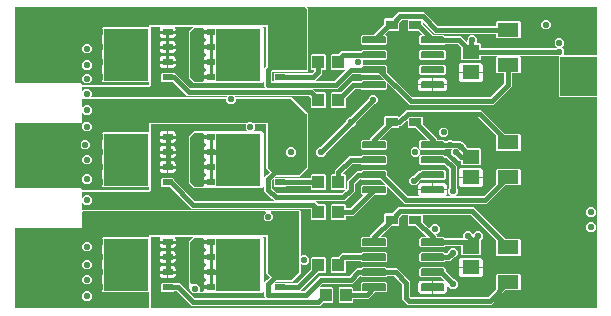
<source format=gbr>
G04 EAGLE Gerber RS-274X export*
G75*
%MOMM*%
%FSLAX34Y34*%
%LPD*%
%INBottom Copper*%
%IPPOS*%
%AMOC8*
5,1,8,0,0,1.08239X$1,22.5*%
G01*
%ADD10R,1.465300X1.164600*%
%ADD11R,1.815300X1.164600*%
%ADD12R,1.000000X0.800000*%
%ADD13R,1.000000X1.100000*%
%ADD14R,0.850000X0.500000*%
%ADD15R,0.800000X0.600000*%
%ADD16R,3.750000X4.410000*%
%ADD17C,0.150000*%
%ADD18C,0.406400*%
%ADD19C,0.553200*%

G36*
X493975Y743952D02*
X493975Y743952D01*
X493977Y743951D01*
X494020Y743971D01*
X494064Y743989D01*
X494064Y743991D01*
X494066Y743992D01*
X494099Y744077D01*
X494099Y922533D01*
X494098Y922535D01*
X494099Y922537D01*
X494079Y922580D01*
X494061Y922624D01*
X494059Y922625D01*
X494058Y922627D01*
X493973Y922659D01*
X462763Y922659D01*
X461649Y923773D01*
X461649Y957097D01*
X461651Y957099D01*
X461695Y957143D01*
X461695Y957144D01*
X461696Y957144D01*
X461714Y957190D01*
X461732Y957234D01*
X461731Y957235D01*
X461732Y957236D01*
X461712Y957280D01*
X461692Y957324D01*
X461691Y957325D01*
X461691Y957326D01*
X461606Y957358D01*
X460610Y957358D01*
X460049Y957919D01*
X460046Y957921D01*
X460045Y957924D01*
X459960Y957956D01*
X396068Y957956D01*
X396066Y957956D01*
X396064Y957956D01*
X396021Y957936D01*
X395978Y957918D01*
X395977Y957916D01*
X395975Y957915D01*
X395942Y957830D01*
X395942Y954907D01*
X395201Y954165D01*
X379499Y954165D01*
X378758Y954907D01*
X378758Y965130D01*
X378757Y965133D01*
X378758Y965136D01*
X378721Y965220D01*
X375725Y968215D01*
X375722Y968217D01*
X375721Y968220D01*
X375636Y968252D01*
X365905Y968252D01*
X365902Y968251D01*
X365899Y968252D01*
X365816Y968215D01*
X364885Y967284D01*
X345015Y967284D01*
X343834Y968465D01*
X343834Y974635D01*
X345015Y975816D01*
X345716Y975816D01*
X345717Y975816D01*
X345718Y975816D01*
X345762Y975835D01*
X345807Y975854D01*
X345807Y975855D01*
X345808Y975856D01*
X345825Y975901D01*
X345842Y975946D01*
X345842Y975947D01*
X345842Y975948D01*
X345805Y976031D01*
X342889Y978947D01*
X342886Y978949D01*
X342885Y978952D01*
X342800Y978984D01*
X334676Y978984D01*
X333934Y979726D01*
X333934Y988123D01*
X333934Y988125D01*
X333934Y988127D01*
X333914Y988170D01*
X333896Y988214D01*
X333894Y988214D01*
X333893Y988216D01*
X333808Y988249D01*
X328915Y988249D01*
X328912Y988248D01*
X328909Y988249D01*
X328826Y988212D01*
X326503Y985889D01*
X326501Y985886D01*
X326498Y985885D01*
X326466Y985800D01*
X326466Y979726D01*
X325724Y978984D01*
X317600Y978984D01*
X317597Y978983D01*
X317594Y978984D01*
X317511Y978947D01*
X314595Y976031D01*
X314594Y976030D01*
X314593Y976030D01*
X314576Y975984D01*
X314558Y975940D01*
X314558Y975939D01*
X314558Y975938D01*
X314578Y975894D01*
X314598Y975850D01*
X314599Y975849D01*
X314599Y975848D01*
X314684Y975816D01*
X315385Y975816D01*
X316566Y974635D01*
X316566Y968465D01*
X315385Y967284D01*
X295515Y967284D01*
X294334Y968465D01*
X294334Y974635D01*
X295515Y975816D01*
X305000Y975816D01*
X305003Y975817D01*
X305006Y975816D01*
X305089Y975853D01*
X313897Y984661D01*
X313899Y984664D01*
X313902Y984665D01*
X313934Y984750D01*
X313934Y988774D01*
X314676Y989516D01*
X320750Y989516D01*
X320753Y989517D01*
X320756Y989516D01*
X320839Y989553D01*
X326131Y994845D01*
X347931Y994845D01*
X359487Y983289D01*
X359490Y983287D01*
X359492Y983284D01*
X359577Y983252D01*
X408632Y983252D01*
X408634Y983252D01*
X408636Y983252D01*
X408679Y983272D01*
X408722Y983290D01*
X408723Y983292D01*
X408725Y983293D01*
X408758Y983378D01*
X408758Y986301D01*
X409499Y987043D01*
X428701Y987043D01*
X429442Y986301D01*
X429442Y973607D01*
X428701Y972865D01*
X409499Y972865D01*
X408758Y973607D01*
X408758Y976530D01*
X408757Y976532D01*
X408758Y976534D01*
X408738Y976577D01*
X408719Y976621D01*
X408717Y976622D01*
X408717Y976624D01*
X408632Y976656D01*
X356793Y976656D01*
X346681Y986768D01*
X346680Y986768D01*
X346680Y986769D01*
X346634Y986787D01*
X346590Y986805D01*
X346589Y986804D01*
X346588Y986805D01*
X346544Y986784D01*
X346500Y986765D01*
X346499Y986764D01*
X346498Y986763D01*
X346466Y986678D01*
X346466Y984750D01*
X346467Y984747D01*
X346466Y984744D01*
X346503Y984661D01*
X355311Y975853D01*
X355314Y975851D01*
X355315Y975848D01*
X355400Y975816D01*
X364885Y975816D01*
X365816Y974885D01*
X365819Y974883D01*
X365820Y974880D01*
X365905Y974848D01*
X378420Y974848D01*
X383837Y969431D01*
X383838Y969430D01*
X383838Y969429D01*
X383884Y969412D01*
X383928Y969394D01*
X383929Y969394D01*
X383930Y969394D01*
X383974Y969414D01*
X384018Y969434D01*
X384019Y969435D01*
X384020Y969435D01*
X384052Y969520D01*
X384052Y971646D01*
X384551Y972145D01*
X384553Y972148D01*
X384556Y972149D01*
X384588Y972234D01*
X384588Y973220D01*
X386950Y975582D01*
X390290Y975582D01*
X392652Y973220D01*
X392652Y969880D01*
X391330Y968558D01*
X391329Y968557D01*
X391328Y968557D01*
X391311Y968511D01*
X391293Y968467D01*
X391293Y968466D01*
X391293Y968465D01*
X391313Y968421D01*
X391333Y968377D01*
X391334Y968376D01*
X391334Y968375D01*
X391419Y968343D01*
X395201Y968343D01*
X395942Y967601D01*
X395942Y964678D01*
X395943Y964676D01*
X395942Y964674D01*
X395962Y964631D01*
X395981Y964587D01*
X395983Y964586D01*
X395983Y964584D01*
X396068Y964552D01*
X459688Y964552D01*
X459691Y964553D01*
X459694Y964552D01*
X459777Y964589D01*
X460299Y965111D01*
X460300Y965113D01*
X460302Y965114D01*
X460318Y965158D01*
X460336Y965202D01*
X460335Y965204D01*
X460336Y965206D01*
X460299Y965289D01*
X458248Y967340D01*
X458248Y970680D01*
X460610Y973042D01*
X463950Y973042D01*
X466312Y970680D01*
X466312Y967340D01*
X464261Y965289D01*
X464260Y965287D01*
X464258Y965286D01*
X464242Y965242D01*
X464224Y965198D01*
X464225Y965196D01*
X464224Y965194D01*
X464261Y965111D01*
X466312Y963060D01*
X466312Y959720D01*
X465018Y958426D01*
X465017Y958425D01*
X465016Y958425D01*
X464999Y958379D01*
X464981Y958335D01*
X464981Y958334D01*
X464981Y958333D01*
X465001Y958289D01*
X465021Y958245D01*
X465022Y958244D01*
X465022Y958243D01*
X465107Y958211D01*
X493973Y958211D01*
X493975Y958211D01*
X493977Y958211D01*
X494020Y958231D01*
X494064Y958249D01*
X494064Y958251D01*
X494066Y958252D01*
X494099Y958337D01*
X494099Y998873D01*
X494098Y998875D01*
X494099Y998877D01*
X494079Y998920D01*
X494061Y998964D01*
X494059Y998964D01*
X494058Y998966D01*
X493973Y998999D01*
X248593Y998999D01*
X248592Y998999D01*
X248591Y998999D01*
X248548Y998980D01*
X248503Y998961D01*
X248502Y998960D01*
X248501Y998959D01*
X248485Y998914D01*
X248467Y998869D01*
X248468Y998868D01*
X248467Y998867D01*
X248504Y998784D01*
X249551Y997737D01*
X249551Y945363D01*
X248437Y944249D01*
X219324Y944249D01*
X219322Y944249D01*
X219320Y944249D01*
X219277Y944229D01*
X219233Y944211D01*
X219232Y944209D01*
X219230Y944208D01*
X219198Y944123D01*
X219198Y936874D01*
X219198Y936872D01*
X219198Y936870D01*
X219218Y936827D01*
X219236Y936783D01*
X219238Y936782D01*
X219239Y936780D01*
X219324Y936748D01*
X220208Y936748D01*
X220210Y936748D01*
X220212Y936748D01*
X220255Y936768D01*
X220299Y936786D01*
X220300Y936788D01*
X220302Y936789D01*
X220334Y936874D01*
X220334Y942824D01*
X221076Y943566D01*
X230624Y943566D01*
X231055Y943135D01*
X231058Y943133D01*
X231060Y943130D01*
X231145Y943098D01*
X252582Y943098D01*
X252585Y943099D01*
X252588Y943098D01*
X252671Y943135D01*
X254865Y945329D01*
X254867Y945332D01*
X254870Y945333D01*
X254902Y945418D01*
X254902Y945608D01*
X254902Y945610D01*
X254902Y945612D01*
X254882Y945655D01*
X254864Y945699D01*
X254862Y945700D01*
X254861Y945702D01*
X254776Y945734D01*
X252676Y945734D01*
X251934Y946476D01*
X251934Y958524D01*
X252676Y959266D01*
X263724Y959266D01*
X264466Y958524D01*
X264466Y946476D01*
X263724Y945734D01*
X261624Y945734D01*
X261622Y945734D01*
X261620Y945734D01*
X261577Y945714D01*
X261533Y945696D01*
X261532Y945694D01*
X261530Y945693D01*
X261498Y945608D01*
X261498Y942634D01*
X259529Y940665D01*
X255827Y936963D01*
X255826Y936962D01*
X255825Y936962D01*
X255808Y936916D01*
X255790Y936872D01*
X255790Y936871D01*
X255790Y936870D01*
X255810Y936826D01*
X255830Y936782D01*
X255831Y936781D01*
X255831Y936780D01*
X255916Y936748D01*
X271632Y936748D01*
X271635Y936749D01*
X271638Y936748D01*
X271721Y936785D01*
X280455Y945519D01*
X280456Y945520D01*
X280457Y945520D01*
X280474Y945566D01*
X280492Y945610D01*
X280492Y945611D01*
X280492Y945612D01*
X280472Y945656D01*
X280452Y945700D01*
X280451Y945701D01*
X280451Y945702D01*
X280366Y945734D01*
X269676Y945734D01*
X268934Y946476D01*
X268934Y958524D01*
X269676Y959266D01*
X275100Y959266D01*
X275103Y959267D01*
X275106Y959266D01*
X275189Y959303D01*
X278034Y962148D01*
X294495Y962148D01*
X294498Y962149D01*
X294501Y962148D01*
X294584Y962185D01*
X295515Y963116D01*
X315385Y963116D01*
X316566Y961935D01*
X316566Y955765D01*
X315385Y954584D01*
X295735Y954584D01*
X295734Y954584D01*
X295733Y954584D01*
X295689Y954565D01*
X295644Y954546D01*
X295644Y954545D01*
X295643Y954544D01*
X295626Y954499D01*
X295609Y954454D01*
X295609Y954453D01*
X295609Y954452D01*
X295646Y954369D01*
X295845Y954170D01*
X295845Y950830D01*
X295646Y950631D01*
X295645Y950630D01*
X295644Y950630D01*
X295626Y950584D01*
X295609Y950540D01*
X295609Y950539D01*
X295609Y950538D01*
X295629Y950493D01*
X295649Y950450D01*
X295650Y950449D01*
X295650Y950448D01*
X295735Y950416D01*
X315385Y950416D01*
X316566Y949235D01*
X316566Y944180D01*
X316566Y944179D01*
X316567Y944177D01*
X316566Y944174D01*
X316603Y944091D01*
X337879Y922815D01*
X337882Y922813D01*
X337883Y922810D01*
X337968Y922778D01*
X403712Y922778D01*
X403715Y922779D01*
X403718Y922778D01*
X403801Y922815D01*
X415765Y934779D01*
X415767Y934782D01*
X415770Y934783D01*
X415802Y934868D01*
X415802Y943231D01*
X415802Y943233D01*
X415802Y943235D01*
X415782Y943278D01*
X415764Y943322D01*
X415762Y943323D01*
X415761Y943325D01*
X415676Y943357D01*
X409499Y943357D01*
X408758Y944099D01*
X408758Y956793D01*
X409499Y957535D01*
X428701Y957535D01*
X429442Y956793D01*
X429442Y944099D01*
X428701Y943357D01*
X422524Y943357D01*
X422522Y943357D01*
X422520Y943357D01*
X422477Y943337D01*
X422433Y943319D01*
X422432Y943317D01*
X422430Y943316D01*
X422398Y943231D01*
X422398Y932084D01*
X406496Y916182D01*
X335184Y916182D01*
X316781Y934585D01*
X316780Y934586D01*
X316780Y934587D01*
X316735Y934604D01*
X316690Y934622D01*
X316689Y934622D01*
X316688Y934622D01*
X316644Y934602D01*
X316600Y934582D01*
X316599Y934581D01*
X316598Y934581D01*
X316566Y934496D01*
X316566Y930365D01*
X315385Y929184D01*
X295515Y929184D01*
X294584Y930115D01*
X294581Y930117D01*
X294580Y930120D01*
X294495Y930152D01*
X289318Y930152D01*
X289315Y930151D01*
X289312Y930152D01*
X289229Y930115D01*
X281503Y922389D01*
X281501Y922386D01*
X281498Y922385D01*
X281466Y922300D01*
X281466Y914726D01*
X280724Y913984D01*
X269676Y913984D01*
X268934Y914726D01*
X268934Y926774D01*
X269676Y927516D01*
X277250Y927516D01*
X277253Y927517D01*
X277256Y927516D01*
X277339Y927553D01*
X286534Y936748D01*
X294495Y936748D01*
X294498Y936749D01*
X294501Y936748D01*
X294584Y936785D01*
X295515Y937716D01*
X313346Y937716D01*
X313347Y937716D01*
X313348Y937716D01*
X313392Y937735D01*
X313437Y937754D01*
X313437Y937755D01*
X313438Y937756D01*
X313455Y937801D01*
X313472Y937846D01*
X313472Y937847D01*
X313472Y937848D01*
X313435Y937931D01*
X309519Y941847D01*
X309516Y941849D01*
X309515Y941852D01*
X309430Y941884D01*
X295515Y941884D01*
X294584Y942815D01*
X294581Y942817D01*
X294580Y942820D01*
X294495Y942852D01*
X287168Y942852D01*
X287165Y942851D01*
X287162Y942852D01*
X287079Y942815D01*
X276385Y932121D01*
X274416Y930152D01*
X253766Y930152D01*
X253765Y930152D01*
X253764Y930152D01*
X253720Y930133D01*
X253675Y930114D01*
X253675Y930113D01*
X253674Y930112D01*
X253657Y930067D01*
X253640Y930022D01*
X253640Y930021D01*
X253640Y930020D01*
X253677Y929937D01*
X255185Y928429D01*
X256061Y927553D01*
X256062Y927552D01*
X256063Y927551D01*
X256064Y927550D01*
X256065Y927548D01*
X256150Y927516D01*
X263724Y927516D01*
X264466Y926774D01*
X264466Y914726D01*
X263724Y913984D01*
X252676Y913984D01*
X251934Y914726D01*
X251934Y922300D01*
X251933Y922303D01*
X251934Y922306D01*
X251897Y922389D01*
X250521Y923765D01*
X250518Y923767D01*
X250517Y923770D01*
X250432Y923802D01*
X187391Y923802D01*
X187390Y923802D01*
X187389Y923802D01*
X187345Y923783D01*
X187300Y923764D01*
X187300Y923763D01*
X187299Y923762D01*
X187282Y923717D01*
X187265Y923672D01*
X187265Y923671D01*
X187265Y923670D01*
X187302Y923587D01*
X188201Y922688D01*
X188204Y922686D01*
X188205Y922683D01*
X188290Y922651D01*
X235737Y922651D01*
X249551Y908837D01*
X249551Y862813D01*
X242087Y855349D01*
X222315Y855349D01*
X222312Y855348D01*
X222309Y855349D01*
X222226Y855312D01*
X221795Y854881D01*
X221794Y854880D01*
X221793Y854880D01*
X221776Y854835D01*
X221758Y854790D01*
X221758Y854789D01*
X221758Y854788D01*
X221779Y854743D01*
X221798Y854700D01*
X221799Y854699D01*
X221799Y854698D01*
X221884Y854666D01*
X230624Y854666D01*
X231055Y854235D01*
X231058Y854233D01*
X231060Y854230D01*
X231145Y854198D01*
X251808Y854198D01*
X251810Y854198D01*
X251812Y854198D01*
X251855Y854218D01*
X251899Y854236D01*
X251900Y854238D01*
X251902Y854239D01*
X251934Y854324D01*
X251934Y856924D01*
X252676Y857666D01*
X263724Y857666D01*
X264466Y856924D01*
X264466Y844876D01*
X263724Y844134D01*
X252676Y844134D01*
X251934Y844876D01*
X251934Y847476D01*
X251934Y847478D01*
X251934Y847480D01*
X251914Y847523D01*
X251896Y847567D01*
X251894Y847568D01*
X251893Y847570D01*
X251808Y847602D01*
X231145Y847602D01*
X231142Y847601D01*
X231138Y847602D01*
X231055Y847565D01*
X230624Y847134D01*
X221076Y847134D01*
X220334Y847876D01*
X220334Y853116D01*
X220334Y853117D01*
X220334Y853118D01*
X220315Y853162D01*
X220296Y853207D01*
X220295Y853207D01*
X220294Y853208D01*
X220249Y853225D01*
X220204Y853242D01*
X220203Y853242D01*
X220202Y853242D01*
X220119Y853205D01*
X219235Y852321D01*
X219233Y852318D01*
X219230Y852317D01*
X219198Y852232D01*
X219198Y845968D01*
X219199Y845965D01*
X219198Y845962D01*
X219235Y845879D01*
X223579Y841535D01*
X223582Y841533D01*
X223583Y841530D01*
X223668Y841498D01*
X277982Y841498D01*
X277985Y841499D01*
X277988Y841498D01*
X278071Y841535D01*
X280455Y843919D01*
X280456Y843920D01*
X280457Y843920D01*
X280474Y843966D01*
X280492Y844010D01*
X280492Y844011D01*
X280492Y844012D01*
X280472Y844056D01*
X280452Y844100D01*
X280451Y844101D01*
X280451Y844102D01*
X280366Y844134D01*
X269676Y844134D01*
X268934Y844876D01*
X268934Y856924D01*
X269676Y857666D01*
X271776Y857666D01*
X271778Y857666D01*
X271780Y857666D01*
X271823Y857686D01*
X271867Y857704D01*
X271868Y857706D01*
X271870Y857707D01*
X271902Y857792D01*
X271902Y860766D01*
X284384Y873248D01*
X294495Y873248D01*
X294498Y873249D01*
X294501Y873248D01*
X294584Y873285D01*
X295515Y874216D01*
X315385Y874216D01*
X316566Y873035D01*
X316566Y866865D01*
X315385Y865684D01*
X295515Y865684D01*
X294584Y866615D01*
X294581Y866617D01*
X294580Y866620D01*
X294495Y866652D01*
X287168Y866652D01*
X287165Y866651D01*
X287162Y866652D01*
X287079Y866615D01*
X278535Y858071D01*
X278533Y858068D01*
X278530Y858067D01*
X278498Y857982D01*
X278498Y857792D01*
X278498Y857790D01*
X278498Y857788D01*
X278518Y857745D01*
X278536Y857701D01*
X278538Y857700D01*
X278539Y857698D01*
X278624Y857666D01*
X280724Y857666D01*
X281466Y856924D01*
X281466Y845234D01*
X281466Y845233D01*
X281466Y845232D01*
X281485Y845188D01*
X281504Y845143D01*
X281505Y845143D01*
X281506Y845142D01*
X281551Y845125D01*
X281596Y845108D01*
X281597Y845108D01*
X281598Y845108D01*
X281681Y845145D01*
X282415Y845879D01*
X282417Y845882D01*
X282420Y845883D01*
X282452Y845968D01*
X282452Y852266D01*
X290734Y860548D01*
X294495Y860548D01*
X294498Y860549D01*
X294501Y860548D01*
X294584Y860585D01*
X295515Y861516D01*
X315385Y861516D01*
X316566Y860335D01*
X316566Y856550D01*
X316567Y856547D01*
X316566Y856544D01*
X316603Y856461D01*
X334069Y838995D01*
X334072Y838993D01*
X334073Y838990D01*
X334158Y838958D01*
X344651Y838958D01*
X344682Y838971D01*
X344715Y838976D01*
X344726Y838989D01*
X344741Y838996D01*
X344754Y839028D01*
X344774Y839055D01*
X344771Y839072D01*
X344777Y839088D01*
X344763Y839119D01*
X344757Y839152D01*
X344742Y839163D01*
X344735Y839177D01*
X344708Y839188D01*
X344683Y839206D01*
X344580Y839234D01*
X343829Y839667D01*
X343217Y840279D01*
X342784Y841030D01*
X342559Y841867D01*
X342559Y844297D01*
X354823Y844297D01*
X354825Y844298D01*
X354827Y844297D01*
X354870Y844317D01*
X354914Y844335D01*
X354914Y844337D01*
X354916Y844338D01*
X354949Y844423D01*
X354949Y844551D01*
X354951Y844551D01*
X354951Y844423D01*
X354952Y844421D01*
X354951Y844419D01*
X354971Y844376D01*
X354989Y844332D01*
X354991Y844332D01*
X354992Y844330D01*
X355077Y844297D01*
X367341Y844297D01*
X367341Y841867D01*
X367116Y841030D01*
X366683Y840279D01*
X366071Y839667D01*
X365320Y839234D01*
X365217Y839206D01*
X365190Y839185D01*
X365159Y839172D01*
X365153Y839156D01*
X365139Y839145D01*
X365135Y839112D01*
X365123Y839080D01*
X365130Y839064D01*
X365129Y839047D01*
X365150Y839021D01*
X365165Y838990D01*
X365181Y838984D01*
X365192Y838972D01*
X365221Y838968D01*
X365249Y838958D01*
X398146Y838958D01*
X398149Y838959D01*
X398152Y838958D01*
X398235Y838995D01*
X408721Y849480D01*
X408722Y849483D01*
X408725Y849485D01*
X408758Y849570D01*
X408758Y861543D01*
X409499Y862285D01*
X428701Y862285D01*
X429442Y861543D01*
X429442Y848849D01*
X428701Y848107D01*
X416727Y848107D01*
X416724Y848106D01*
X416721Y848107D01*
X416638Y848070D01*
X400930Y832362D01*
X331374Y832362D01*
X329405Y834331D01*
X316781Y846955D01*
X316780Y846956D01*
X316780Y846957D01*
X316734Y846974D01*
X316690Y846992D01*
X316689Y846992D01*
X316688Y846992D01*
X316644Y846972D01*
X316600Y846952D01*
X316599Y846951D01*
X316598Y846951D01*
X316566Y846866D01*
X316566Y841465D01*
X315385Y840284D01*
X305900Y840284D01*
X305897Y840283D01*
X305894Y840284D01*
X305811Y840247D01*
X287766Y822202D01*
X281592Y822202D01*
X281590Y822202D01*
X281588Y822202D01*
X281545Y822182D01*
X281501Y822164D01*
X281500Y822162D01*
X281498Y822161D01*
X281466Y822076D01*
X281466Y819476D01*
X280724Y818734D01*
X269676Y818734D01*
X268934Y819476D01*
X268934Y831524D01*
X269676Y832266D01*
X280724Y832266D01*
X281466Y831524D01*
X281466Y828924D01*
X281466Y828922D01*
X281466Y828920D01*
X281486Y828877D01*
X281504Y828833D01*
X281506Y828832D01*
X281507Y828830D01*
X281592Y828798D01*
X284982Y828798D01*
X284985Y828799D01*
X284988Y828798D01*
X285071Y828835D01*
X296305Y840069D01*
X296306Y840070D01*
X296307Y840070D01*
X296324Y840116D01*
X296342Y840160D01*
X296342Y840161D01*
X296342Y840162D01*
X296322Y840206D01*
X296302Y840250D01*
X296301Y840251D01*
X296301Y840252D01*
X296216Y840284D01*
X295515Y840284D01*
X294334Y841465D01*
X294334Y847635D01*
X295515Y848816D01*
X314616Y848816D01*
X314617Y848816D01*
X314618Y848816D01*
X314662Y848835D01*
X314707Y848854D01*
X314707Y848855D01*
X314708Y848856D01*
X314725Y848901D01*
X314742Y848946D01*
X314742Y848947D01*
X314742Y848948D01*
X314705Y849031D01*
X310789Y852947D01*
X310786Y852949D01*
X310785Y852952D01*
X310700Y852984D01*
X295515Y852984D01*
X294584Y853915D01*
X294581Y853917D01*
X294580Y853920D01*
X294495Y853952D01*
X293518Y853952D01*
X293515Y853951D01*
X293512Y853952D01*
X293429Y853915D01*
X289085Y849571D01*
X289083Y849568D01*
X289080Y849567D01*
X289048Y849482D01*
X289048Y843184D01*
X280766Y834902D01*
X255916Y834902D01*
X255915Y834902D01*
X255914Y834902D01*
X255870Y834883D01*
X255825Y834864D01*
X255825Y834863D01*
X255824Y834862D01*
X255807Y834817D01*
X255790Y834772D01*
X255790Y834771D01*
X255790Y834770D01*
X255827Y834687D01*
X258211Y832303D01*
X258214Y832301D01*
X258215Y832298D01*
X258300Y832266D01*
X263724Y832266D01*
X264466Y831524D01*
X264466Y819476D01*
X263724Y818734D01*
X252676Y818734D01*
X251934Y819476D01*
X251934Y828426D01*
X251934Y828428D01*
X251934Y828430D01*
X251914Y828473D01*
X251896Y828517D01*
X251894Y828518D01*
X251893Y828520D01*
X251808Y828552D01*
X151034Y828552D01*
X149065Y830521D01*
X132489Y847097D01*
X132486Y847099D01*
X132485Y847102D01*
X132400Y847134D01*
X125826Y847134D01*
X125084Y847876D01*
X125084Y853924D01*
X125826Y854666D01*
X135374Y854666D01*
X136116Y853924D01*
X136116Y852850D01*
X136117Y852847D01*
X136116Y852844D01*
X136153Y852761D01*
X153729Y835185D01*
X153732Y835183D01*
X153733Y835180D01*
X153818Y835148D01*
X220334Y835148D01*
X220335Y835148D01*
X220336Y835148D01*
X220380Y835167D01*
X220425Y835186D01*
X220425Y835187D01*
X220426Y835188D01*
X220443Y835233D01*
X220460Y835278D01*
X220460Y835279D01*
X220460Y835280D01*
X220423Y835363D01*
X218915Y836871D01*
X212602Y843184D01*
X212602Y855016D01*
X214571Y856985D01*
X217110Y859524D01*
X217111Y859526D01*
X217113Y859526D01*
X217129Y859571D01*
X217147Y859615D01*
X217146Y859617D01*
X217147Y859619D01*
X217110Y859702D01*
X215150Y861662D01*
X213999Y862813D01*
X213999Y899673D01*
X213999Y899675D01*
X213999Y899677D01*
X213979Y899720D01*
X213961Y899764D01*
X213959Y899765D01*
X213958Y899767D01*
X213873Y899799D01*
X204757Y899799D01*
X204756Y899799D01*
X204755Y899799D01*
X204712Y899780D01*
X204666Y899761D01*
X204666Y899760D01*
X204665Y899759D01*
X204649Y899715D01*
X204631Y899669D01*
X204631Y899668D01*
X204631Y899667D01*
X204668Y899584D01*
X204692Y899560D01*
X204692Y896220D01*
X202763Y894291D01*
X202762Y894290D01*
X202761Y894290D01*
X202744Y894244D01*
X202726Y894200D01*
X202726Y894199D01*
X202726Y894198D01*
X202746Y894154D01*
X202766Y894110D01*
X202767Y894109D01*
X202767Y894108D01*
X202852Y894076D01*
X210600Y894076D01*
X212086Y892590D01*
X212086Y847310D01*
X210600Y845824D01*
X152620Y845824D01*
X148594Y849850D01*
X148594Y890050D01*
X152620Y894076D01*
X198468Y894076D01*
X198469Y894076D01*
X198470Y894076D01*
X198514Y894095D01*
X198559Y894114D01*
X198559Y894115D01*
X198560Y894116D01*
X198577Y894161D01*
X198594Y894206D01*
X198594Y894207D01*
X198594Y894208D01*
X198557Y894291D01*
X196628Y896220D01*
X196628Y899560D01*
X196652Y899584D01*
X196653Y899585D01*
X196654Y899585D01*
X196671Y899630D01*
X196689Y899675D01*
X196689Y899676D01*
X196689Y899677D01*
X196669Y899720D01*
X196649Y899765D01*
X196648Y899766D01*
X196648Y899767D01*
X196563Y899799D01*
X116327Y899799D01*
X116325Y899799D01*
X116323Y899799D01*
X116280Y899779D01*
X116236Y899761D01*
X116235Y899759D01*
X116233Y899758D01*
X116201Y899673D01*
X116201Y843763D01*
X115087Y842649D01*
X58404Y842649D01*
X58402Y842649D01*
X58400Y842649D01*
X58357Y842629D01*
X58313Y842611D01*
X58313Y842609D01*
X58311Y842608D01*
X58278Y842523D01*
X58278Y837714D01*
X58278Y837713D01*
X58278Y837712D01*
X58297Y837668D01*
X58316Y837623D01*
X58317Y837623D01*
X58318Y837622D01*
X58363Y837605D01*
X58408Y837588D01*
X58409Y837588D01*
X58410Y837588D01*
X58493Y837625D01*
X60560Y839692D01*
X63900Y839692D01*
X66262Y837330D01*
X66262Y833990D01*
X63900Y831628D01*
X60560Y831628D01*
X58493Y833695D01*
X58492Y833696D01*
X58492Y833697D01*
X58446Y833714D01*
X58402Y833732D01*
X58401Y833732D01*
X58400Y833732D01*
X58356Y833712D01*
X58312Y833692D01*
X58312Y833691D01*
X58311Y833691D01*
X58278Y833606D01*
X58278Y827527D01*
X58278Y827526D01*
X58278Y827524D01*
X58278Y827523D01*
X58298Y827480D01*
X58316Y827436D01*
X58318Y827435D01*
X58319Y827433D01*
X58404Y827401D01*
X242087Y827401D01*
X243201Y826287D01*
X243201Y787687D01*
X243201Y787686D01*
X243201Y787685D01*
X243220Y787641D01*
X243239Y787596D01*
X243240Y787596D01*
X243241Y787595D01*
X243286Y787578D01*
X243331Y787561D01*
X243332Y787561D01*
X243333Y787561D01*
X243416Y787598D01*
X244710Y788892D01*
X248050Y788892D01*
X250412Y786530D01*
X250412Y783190D01*
X248050Y780828D01*
X244710Y780828D01*
X243416Y782122D01*
X243415Y782123D01*
X243415Y782124D01*
X243369Y782141D01*
X243325Y782159D01*
X243324Y782159D01*
X243323Y782159D01*
X243279Y782139D01*
X243235Y782119D01*
X243234Y782118D01*
X243233Y782118D01*
X243201Y782033D01*
X243201Y773913D01*
X235737Y766449D01*
X222315Y766449D01*
X222312Y766448D01*
X222309Y766449D01*
X222226Y766412D01*
X221795Y765981D01*
X221794Y765980D01*
X221793Y765980D01*
X221776Y765935D01*
X221758Y765890D01*
X221758Y765889D01*
X221758Y765888D01*
X221779Y765843D01*
X221798Y765800D01*
X221799Y765799D01*
X221799Y765798D01*
X221884Y765766D01*
X230624Y765766D01*
X231055Y765335D01*
X231058Y765333D01*
X231060Y765330D01*
X231145Y765298D01*
X239882Y765298D01*
X239885Y765299D01*
X239888Y765298D01*
X239971Y765335D01*
X251897Y777261D01*
X251899Y777264D01*
X251902Y777265D01*
X251934Y777350D01*
X251934Y787074D01*
X252676Y787816D01*
X263724Y787816D01*
X264466Y787074D01*
X264466Y775026D01*
X263724Y774284D01*
X258300Y774284D01*
X258297Y774283D01*
X258294Y774284D01*
X258211Y774247D01*
X243127Y759163D01*
X243126Y759162D01*
X243125Y759162D01*
X243108Y759116D01*
X243090Y759072D01*
X243090Y759071D01*
X243090Y759070D01*
X243110Y759026D01*
X243130Y758982D01*
X243131Y758981D01*
X243131Y758980D01*
X243216Y758948D01*
X246232Y758948D01*
X246235Y758949D01*
X246238Y758948D01*
X246321Y758985D01*
X258984Y771648D01*
X284332Y771648D01*
X284335Y771649D01*
X284338Y771648D01*
X284421Y771685D01*
X288765Y776029D01*
X290734Y777998D01*
X294495Y777998D01*
X294498Y777999D01*
X294501Y777998D01*
X294584Y778035D01*
X295515Y778966D01*
X315385Y778966D01*
X316316Y778035D01*
X316319Y778033D01*
X316320Y778030D01*
X316405Y777998D01*
X325216Y777998D01*
X336038Y767176D01*
X336038Y754528D01*
X336039Y754525D01*
X336038Y754522D01*
X336075Y754439D01*
X336609Y753905D01*
X336612Y753903D01*
X336613Y753900D01*
X336698Y753868D01*
X401956Y753868D01*
X401959Y753869D01*
X401962Y753868D01*
X402045Y753905D01*
X408721Y760580D01*
X408722Y760583D01*
X408725Y760585D01*
X408758Y760670D01*
X408758Y772643D01*
X409499Y773385D01*
X428701Y773385D01*
X429442Y772643D01*
X429442Y759949D01*
X428701Y759207D01*
X416727Y759207D01*
X416724Y759206D01*
X416721Y759207D01*
X416638Y759170D01*
X406709Y749241D01*
X404740Y747272D01*
X333914Y747272D01*
X331945Y749241D01*
X329442Y751744D01*
X329442Y764392D01*
X329441Y764395D01*
X329442Y764398D01*
X329405Y764481D01*
X322521Y771365D01*
X322518Y771367D01*
X322517Y771370D01*
X322432Y771402D01*
X316405Y771402D01*
X316402Y771401D01*
X316399Y771402D01*
X316316Y771365D01*
X315385Y770434D01*
X295515Y770434D01*
X294584Y771365D01*
X294581Y771367D01*
X294580Y771370D01*
X294495Y771402D01*
X293518Y771402D01*
X293515Y771401D01*
X293512Y771402D01*
X293429Y771365D01*
X289085Y767021D01*
X287116Y765052D01*
X261768Y765052D01*
X261765Y765051D01*
X261762Y765052D01*
X261679Y765015D01*
X259295Y762631D01*
X259294Y762630D01*
X259293Y762630D01*
X259276Y762584D01*
X259258Y762540D01*
X259258Y762539D01*
X259258Y762538D01*
X259278Y762494D01*
X259298Y762450D01*
X259299Y762449D01*
X259299Y762448D01*
X259384Y762416D01*
X270074Y762416D01*
X270816Y761674D01*
X270816Y749626D01*
X270074Y748884D01*
X262500Y748884D01*
X262497Y748883D01*
X262494Y748884D01*
X262411Y748847D01*
X259566Y746002D01*
X151034Y746002D01*
X138371Y758665D01*
X138368Y758667D01*
X138367Y758670D01*
X138282Y758702D01*
X135895Y758702D01*
X135892Y758701D01*
X135888Y758702D01*
X135805Y758665D01*
X135374Y758234D01*
X125826Y758234D01*
X125084Y758976D01*
X125084Y765024D01*
X125826Y765766D01*
X135374Y765766D01*
X135805Y765335D01*
X135808Y765333D01*
X135810Y765330D01*
X135895Y765298D01*
X141066Y765298D01*
X153729Y752635D01*
X153732Y752633D01*
X153733Y752630D01*
X153818Y752598D01*
X213984Y752598D01*
X213985Y752598D01*
X213986Y752598D01*
X214030Y752617D01*
X214075Y752636D01*
X214075Y752637D01*
X214076Y752638D01*
X214093Y752683D01*
X214110Y752728D01*
X214110Y752729D01*
X214110Y752730D01*
X214073Y752813D01*
X212602Y754284D01*
X212602Y766116D01*
X214571Y768085D01*
X217110Y770624D01*
X217111Y770626D01*
X217113Y770626D01*
X217129Y770671D01*
X217147Y770715D01*
X217146Y770717D01*
X217147Y770719D01*
X217110Y770802D01*
X215150Y772762D01*
X213999Y773913D01*
X213999Y804423D01*
X213999Y804425D01*
X213999Y804427D01*
X213979Y804470D01*
X213961Y804514D01*
X213959Y804515D01*
X213958Y804517D01*
X213873Y804549D01*
X211531Y804549D01*
X211530Y804549D01*
X211529Y804549D01*
X211485Y804530D01*
X211441Y804511D01*
X211440Y804510D01*
X211439Y804509D01*
X211423Y804464D01*
X211405Y804419D01*
X211406Y804418D01*
X211405Y804417D01*
X211442Y804334D01*
X212086Y803690D01*
X212086Y758410D01*
X210600Y756924D01*
X155618Y756924D01*
X155615Y756923D01*
X155612Y756924D01*
X155529Y756887D01*
X155340Y756698D01*
X152000Y756698D01*
X149638Y759060D01*
X149638Y759853D01*
X149637Y759856D01*
X149638Y759859D01*
X149601Y759943D01*
X148594Y760950D01*
X148594Y801150D01*
X151097Y803653D01*
X151778Y804334D01*
X151778Y804335D01*
X151779Y804335D01*
X151797Y804380D01*
X151815Y804425D01*
X151814Y804426D01*
X151815Y804427D01*
X151794Y804472D01*
X151775Y804515D01*
X151774Y804516D01*
X151774Y804517D01*
X151689Y804549D01*
X136799Y804549D01*
X136798Y804549D01*
X136797Y804549D01*
X136753Y804530D01*
X136708Y804511D01*
X136707Y804510D01*
X136706Y804509D01*
X136690Y804464D01*
X136672Y804419D01*
X136673Y804418D01*
X136672Y804417D01*
X136709Y804334D01*
X136883Y804160D01*
X137218Y803581D01*
X137391Y802935D01*
X137391Y801349D01*
X131215Y801349D01*
X131150Y801338D01*
X131085Y801336D01*
X131041Y801318D01*
X130994Y801310D01*
X130938Y801276D01*
X130877Y801251D01*
X130842Y801220D01*
X130801Y801195D01*
X130760Y801144D01*
X130711Y801100D01*
X130690Y801058D01*
X130660Y801021D01*
X130639Y800959D01*
X130609Y800900D01*
X130602Y800855D01*
X130588Y800889D01*
X130579Y800936D01*
X130546Y800993D01*
X130521Y801053D01*
X130489Y801088D01*
X130465Y801129D01*
X130414Y801171D01*
X130370Y801219D01*
X130328Y801241D01*
X130291Y801270D01*
X130229Y801291D01*
X130170Y801322D01*
X130116Y801330D01*
X130079Y801342D01*
X130039Y801341D01*
X129985Y801349D01*
X123809Y801349D01*
X123809Y802935D01*
X123982Y803581D01*
X124317Y804160D01*
X124367Y804210D01*
X124491Y804334D01*
X124491Y804335D01*
X124492Y804335D01*
X124510Y804381D01*
X124528Y804425D01*
X124527Y804426D01*
X124528Y804427D01*
X124507Y804472D01*
X124488Y804515D01*
X124487Y804516D01*
X124486Y804517D01*
X124401Y804549D01*
X116327Y804549D01*
X116325Y804549D01*
X116323Y804549D01*
X116280Y804529D01*
X116236Y804511D01*
X116235Y804509D01*
X116233Y804508D01*
X116201Y804423D01*
X116201Y744077D01*
X116201Y744075D01*
X116201Y744073D01*
X116221Y744030D01*
X116239Y743986D01*
X116241Y743986D01*
X116242Y743984D01*
X116327Y743951D01*
X493973Y743951D01*
X493975Y743952D01*
G37*
G36*
X114365Y743962D02*
X114365Y743962D01*
X114431Y743964D01*
X114474Y743982D01*
X114521Y743990D01*
X114578Y744024D01*
X114638Y744049D01*
X114673Y744080D01*
X114714Y744105D01*
X114756Y744156D01*
X114804Y744200D01*
X114826Y744242D01*
X114855Y744279D01*
X114876Y744341D01*
X114907Y744400D01*
X114915Y744454D01*
X114927Y744491D01*
X114926Y744531D01*
X114934Y744585D01*
X114934Y757100D01*
X114923Y757165D01*
X114921Y757231D01*
X114903Y757274D01*
X114895Y757321D01*
X114861Y757378D01*
X114836Y757439D01*
X114805Y757473D01*
X114780Y757514D01*
X114729Y757556D01*
X114685Y757604D01*
X114643Y757626D01*
X114606Y757656D01*
X114544Y757677D01*
X114485Y757707D01*
X114431Y757715D01*
X114394Y757727D01*
X114354Y757726D01*
X114300Y757734D01*
X75826Y757734D01*
X75084Y758476D01*
X75084Y803624D01*
X75826Y804366D01*
X114300Y804366D01*
X114365Y804377D01*
X114431Y804379D01*
X114474Y804397D01*
X114521Y804405D01*
X114578Y804439D01*
X114638Y804464D01*
X114673Y804495D01*
X114714Y804519D01*
X114756Y804571D01*
X114804Y804615D01*
X114826Y804657D01*
X114855Y804694D01*
X114876Y804756D01*
X114907Y804815D01*
X114915Y804869D01*
X114927Y804906D01*
X114926Y804945D01*
X114934Y805000D01*
X114934Y805816D01*
X215266Y805816D01*
X215266Y774700D01*
X215273Y774658D01*
X215271Y774616D01*
X215293Y774549D01*
X215305Y774479D01*
X215327Y774443D01*
X215340Y774402D01*
X215394Y774329D01*
X215420Y774286D01*
X215436Y774273D01*
X215452Y774252D01*
X221802Y767902D01*
X221836Y767877D01*
X221865Y767846D01*
X221928Y767814D01*
X221986Y767773D01*
X222027Y767763D01*
X222065Y767743D01*
X222154Y767730D01*
X222203Y767718D01*
X222224Y767720D01*
X222250Y767716D01*
X234950Y767716D01*
X234992Y767723D01*
X235034Y767721D01*
X235101Y767743D01*
X235171Y767755D01*
X235207Y767777D01*
X235248Y767790D01*
X235321Y767844D01*
X235364Y767870D01*
X235377Y767886D01*
X235398Y767902D01*
X241748Y774252D01*
X241773Y774286D01*
X241804Y774315D01*
X241836Y774378D01*
X241877Y774436D01*
X241887Y774477D01*
X241907Y774515D01*
X241920Y774604D01*
X241933Y774653D01*
X241930Y774674D01*
X241934Y774700D01*
X241934Y825500D01*
X241923Y825565D01*
X241921Y825631D01*
X241903Y825674D01*
X241895Y825721D01*
X241861Y825778D01*
X241836Y825838D01*
X241805Y825873D01*
X241780Y825914D01*
X241729Y825956D01*
X241685Y826004D01*
X241643Y826026D01*
X241606Y826055D01*
X241544Y826076D01*
X241485Y826107D01*
X241431Y826115D01*
X241394Y826127D01*
X241354Y826126D01*
X241300Y826134D01*
X218689Y826134D01*
X218601Y826118D01*
X218512Y826109D01*
X218491Y826099D01*
X218468Y826095D01*
X218391Y826049D01*
X218311Y826010D01*
X218295Y825993D01*
X218275Y825980D01*
X218218Y825911D01*
X218157Y825847D01*
X218148Y825825D01*
X218133Y825806D01*
X218105Y825722D01*
X218070Y825640D01*
X218069Y825616D01*
X218061Y825594D01*
X218064Y825505D01*
X218060Y825416D01*
X218067Y825393D01*
X218068Y825369D01*
X218101Y825287D01*
X218129Y825202D01*
X218144Y825181D01*
X218152Y825162D01*
X218186Y825124D01*
X218240Y825052D01*
X219932Y823360D01*
X219932Y820020D01*
X217570Y817658D01*
X214230Y817658D01*
X211868Y820020D01*
X211868Y823360D01*
X213560Y825052D01*
X213611Y825125D01*
X213667Y825194D01*
X213674Y825216D01*
X213688Y825236D01*
X213710Y825322D01*
X213739Y825406D01*
X213738Y825430D01*
X213744Y825453D01*
X213735Y825542D01*
X213732Y825631D01*
X213723Y825653D01*
X213721Y825676D01*
X213681Y825756D01*
X213648Y825838D01*
X213632Y825856D01*
X213621Y825877D01*
X213556Y825938D01*
X213496Y826004D01*
X213475Y826015D01*
X213458Y826031D01*
X213376Y826066D01*
X213297Y826107D01*
X213271Y826110D01*
X213251Y826119D01*
X213201Y826121D01*
X213111Y826134D01*
X58912Y826134D01*
X58847Y826123D01*
X58781Y826121D01*
X58738Y826103D01*
X58691Y826095D01*
X58634Y826061D01*
X58574Y826036D01*
X58539Y826005D01*
X58498Y825980D01*
X58456Y825929D01*
X58408Y825885D01*
X58386Y825843D01*
X58357Y825806D01*
X58336Y825744D01*
X58305Y825685D01*
X58297Y825631D01*
X58285Y825594D01*
X58286Y825554D01*
X58278Y825500D01*
X58278Y812333D01*
X57617Y811672D01*
X1635Y811672D01*
X1570Y811661D01*
X1504Y811659D01*
X1461Y811641D01*
X1414Y811633D01*
X1357Y811599D01*
X1297Y811574D01*
X1262Y811543D01*
X1221Y811518D01*
X1179Y811467D01*
X1131Y811423D01*
X1109Y811381D01*
X1080Y811344D01*
X1059Y811282D01*
X1028Y811223D01*
X1020Y811169D01*
X1008Y811132D01*
X1009Y811092D01*
X1001Y811038D01*
X1001Y744585D01*
X1012Y744520D01*
X1014Y744454D01*
X1032Y744411D01*
X1040Y744364D01*
X1074Y744307D01*
X1099Y744247D01*
X1130Y744212D01*
X1155Y744171D01*
X1206Y744129D01*
X1250Y744081D01*
X1292Y744059D01*
X1329Y744030D01*
X1391Y744009D01*
X1450Y743978D01*
X1504Y743970D01*
X1541Y743958D01*
X1581Y743959D01*
X1635Y743951D01*
X114300Y743951D01*
X114365Y743962D01*
G37*
G36*
X114365Y843927D02*
X114365Y843927D01*
X114431Y843929D01*
X114474Y843947D01*
X114521Y843955D01*
X114578Y843989D01*
X114638Y844014D01*
X114673Y844045D01*
X114714Y844070D01*
X114756Y844121D01*
X114804Y844165D01*
X114826Y844207D01*
X114855Y844244D01*
X114876Y844306D01*
X114907Y844365D01*
X114915Y844419D01*
X114927Y844456D01*
X114926Y844496D01*
X114934Y844550D01*
X114934Y846000D01*
X114923Y846065D01*
X114921Y846131D01*
X114903Y846174D01*
X114895Y846221D01*
X114861Y846278D01*
X114836Y846339D01*
X114805Y846373D01*
X114780Y846414D01*
X114729Y846456D01*
X114685Y846504D01*
X114643Y846526D01*
X114606Y846556D01*
X114544Y846577D01*
X114485Y846607D01*
X114431Y846615D01*
X114394Y846627D01*
X114354Y846626D01*
X114300Y846634D01*
X75826Y846634D01*
X75084Y847376D01*
X75084Y892524D01*
X75826Y893266D01*
X114300Y893266D01*
X114365Y893277D01*
X114431Y893279D01*
X114474Y893297D01*
X114521Y893305D01*
X114578Y893339D01*
X114638Y893364D01*
X114673Y893395D01*
X114714Y893419D01*
X114756Y893471D01*
X114804Y893515D01*
X114826Y893557D01*
X114855Y893594D01*
X114876Y893656D01*
X114907Y893715D01*
X114915Y893769D01*
X114927Y893806D01*
X114926Y893845D01*
X114934Y893900D01*
X114934Y901066D01*
X197871Y901066D01*
X197913Y901073D01*
X197956Y901071D01*
X198023Y901093D01*
X198092Y901105D01*
X198129Y901127D01*
X198169Y901140D01*
X198242Y901194D01*
X198285Y901220D01*
X198299Y901236D01*
X198320Y901252D01*
X198990Y901922D01*
X202330Y901922D01*
X203000Y901252D01*
X203035Y901227D01*
X203064Y901196D01*
X203126Y901164D01*
X203184Y901123D01*
X203225Y901113D01*
X203263Y901093D01*
X203353Y901080D01*
X203402Y901068D01*
X203422Y901070D01*
X203449Y901066D01*
X215266Y901066D01*
X215266Y863600D01*
X215273Y863558D01*
X215271Y863516D01*
X215293Y863449D01*
X215305Y863379D01*
X215327Y863343D01*
X215340Y863302D01*
X215385Y863241D01*
X215386Y863239D01*
X215389Y863235D01*
X215394Y863229D01*
X215420Y863186D01*
X215436Y863173D01*
X215452Y863152D01*
X221802Y856802D01*
X221836Y856777D01*
X221865Y856746D01*
X221928Y856714D01*
X221986Y856673D01*
X222027Y856663D01*
X222065Y856643D01*
X222154Y856630D01*
X222203Y856618D01*
X222224Y856620D01*
X222250Y856616D01*
X241300Y856616D01*
X241342Y856623D01*
X241384Y856621D01*
X241451Y856643D01*
X241521Y856655D01*
X241557Y856677D01*
X241598Y856690D01*
X241671Y856744D01*
X241714Y856770D01*
X241727Y856786D01*
X241748Y856802D01*
X248098Y863152D01*
X248123Y863186D01*
X248154Y863215D01*
X248186Y863278D01*
X248227Y863336D01*
X248237Y863377D01*
X248257Y863415D01*
X248270Y863504D01*
X248283Y863553D01*
X248280Y863574D01*
X248284Y863600D01*
X248284Y908050D01*
X248277Y908092D01*
X248279Y908134D01*
X248257Y908201D01*
X248245Y908271D01*
X248223Y908307D01*
X248210Y908348D01*
X248156Y908421D01*
X248130Y908464D01*
X248114Y908477D01*
X248098Y908498D01*
X235398Y921198D01*
X235364Y921223D01*
X235335Y921254D01*
X235272Y921286D01*
X235214Y921327D01*
X235173Y921337D01*
X235135Y921357D01*
X235046Y921370D01*
X234997Y921383D01*
X234976Y921380D01*
X234950Y921384D01*
X188816Y921384D01*
X188751Y921373D01*
X188685Y921371D01*
X188642Y921353D01*
X188595Y921345D01*
X188538Y921311D01*
X188477Y921286D01*
X188443Y921255D01*
X188402Y921230D01*
X188360Y921179D01*
X188312Y921135D01*
X188290Y921093D01*
X188260Y921056D01*
X188239Y920994D01*
X188209Y920935D01*
X188201Y920881D01*
X188189Y920844D01*
X188190Y920804D01*
X188182Y920750D01*
X188182Y919367D01*
X185820Y917005D01*
X182480Y917005D01*
X180118Y919367D01*
X180118Y920750D01*
X180107Y920815D01*
X180105Y920881D01*
X180087Y920924D01*
X180079Y920971D01*
X180045Y921028D01*
X180020Y921088D01*
X179989Y921123D01*
X179965Y921164D01*
X179913Y921206D01*
X179869Y921254D01*
X179827Y921276D01*
X179790Y921305D01*
X179728Y921326D01*
X179669Y921357D01*
X179615Y921365D01*
X179578Y921377D01*
X179539Y921376D01*
X179484Y921384D01*
X58912Y921384D01*
X58847Y921373D01*
X58781Y921371D01*
X58738Y921353D01*
X58691Y921345D01*
X58634Y921311D01*
X58574Y921286D01*
X58539Y921255D01*
X58498Y921230D01*
X58456Y921179D01*
X58408Y921135D01*
X58386Y921093D01*
X58357Y921056D01*
X58336Y920994D01*
X58305Y920935D01*
X58297Y920881D01*
X58285Y920844D01*
X58286Y920804D01*
X58278Y920750D01*
X58278Y915141D01*
X58293Y915053D01*
X58303Y914964D01*
X58313Y914943D01*
X58317Y914920D01*
X58363Y914843D01*
X58402Y914763D01*
X58419Y914747D01*
X58432Y914726D01*
X58501Y914670D01*
X58565Y914609D01*
X58587Y914600D01*
X58606Y914585D01*
X58690Y914557D01*
X58772Y914522D01*
X58796Y914521D01*
X58818Y914513D01*
X58907Y914516D01*
X58996Y914512D01*
X59019Y914519D01*
X59043Y914520D01*
X59125Y914553D01*
X59210Y914581D01*
X59231Y914596D01*
X59250Y914604D01*
X59288Y914638D01*
X59360Y914692D01*
X60560Y915892D01*
X63900Y915892D01*
X66262Y913530D01*
X66262Y910190D01*
X63900Y907828D01*
X60560Y907828D01*
X59360Y909028D01*
X59287Y909079D01*
X59218Y909135D01*
X59196Y909142D01*
X59176Y909156D01*
X59090Y909178D01*
X59006Y909207D01*
X58982Y909206D01*
X58959Y909212D01*
X58870Y909203D01*
X58781Y909200D01*
X58759Y909191D01*
X58736Y909189D01*
X58656Y909149D01*
X58574Y909116D01*
X58556Y909100D01*
X58535Y909089D01*
X58474Y909025D01*
X58408Y908964D01*
X58397Y908943D01*
X58381Y908926D01*
X58346Y908844D01*
X58305Y908765D01*
X58302Y908739D01*
X58293Y908719D01*
X58291Y908669D01*
X58278Y908579D01*
X58278Y901171D01*
X58293Y901083D01*
X58303Y900994D01*
X58313Y900973D01*
X58317Y900950D01*
X58363Y900873D01*
X58402Y900793D01*
X58419Y900777D01*
X58432Y900756D01*
X58501Y900700D01*
X58565Y900639D01*
X58587Y900630D01*
X58606Y900615D01*
X58690Y900587D01*
X58772Y900552D01*
X58796Y900551D01*
X58818Y900543D01*
X58907Y900546D01*
X58996Y900542D01*
X59019Y900549D01*
X59043Y900550D01*
X59125Y900583D01*
X59210Y900611D01*
X59231Y900626D01*
X59250Y900634D01*
X59288Y900668D01*
X59360Y900722D01*
X60560Y901922D01*
X63900Y901922D01*
X66262Y899560D01*
X66262Y896220D01*
X63900Y893858D01*
X60560Y893858D01*
X58198Y896220D01*
X58198Y899587D01*
X58235Y899632D01*
X58242Y899654D01*
X58256Y899674D01*
X58278Y899760D01*
X58307Y899844D01*
X58306Y899868D01*
X58312Y899891D01*
X58303Y899980D01*
X58300Y900069D01*
X58291Y900090D01*
X58289Y900114D01*
X58249Y900194D01*
X58216Y900276D01*
X58200Y900294D01*
X58189Y900315D01*
X58124Y900376D01*
X58064Y900442D01*
X58043Y900453D01*
X58026Y900469D01*
X57944Y900504D01*
X57865Y900545D01*
X57839Y900548D01*
X57820Y900557D01*
X57769Y900559D01*
X57679Y900572D01*
X1635Y900572D01*
X1570Y900561D01*
X1504Y900559D01*
X1461Y900541D01*
X1414Y900533D01*
X1357Y900499D01*
X1297Y900474D01*
X1262Y900443D01*
X1221Y900418D01*
X1179Y900367D01*
X1131Y900323D01*
X1109Y900281D01*
X1080Y900244D01*
X1059Y900182D01*
X1028Y900123D01*
X1020Y900069D01*
X1008Y900032D01*
X1009Y899992D01*
X1001Y899938D01*
X1001Y846312D01*
X1012Y846247D01*
X1014Y846181D01*
X1032Y846138D01*
X1040Y846091D01*
X1074Y846034D01*
X1099Y845974D01*
X1130Y845939D01*
X1155Y845898D01*
X1206Y845856D01*
X1250Y845808D01*
X1292Y845786D01*
X1329Y845757D01*
X1391Y845736D01*
X1450Y845705D01*
X1504Y845697D01*
X1541Y845685D01*
X1581Y845686D01*
X1635Y845678D01*
X57617Y845678D01*
X58278Y845017D01*
X58278Y844550D01*
X58289Y844485D01*
X58291Y844419D01*
X58309Y844376D01*
X58317Y844329D01*
X58351Y844272D01*
X58376Y844212D01*
X58407Y844177D01*
X58432Y844136D01*
X58483Y844095D01*
X58527Y844046D01*
X58569Y844024D01*
X58606Y843995D01*
X58668Y843974D01*
X58727Y843943D01*
X58781Y843935D01*
X58818Y843923D01*
X58858Y843924D01*
X58912Y843916D01*
X114300Y843916D01*
X114365Y843927D01*
G37*
G36*
X114365Y932827D02*
X114365Y932827D01*
X114431Y932829D01*
X114474Y932847D01*
X114521Y932855D01*
X114578Y932889D01*
X114638Y932914D01*
X114673Y932945D01*
X114714Y932970D01*
X114756Y933021D01*
X114804Y933065D01*
X114826Y933107D01*
X114855Y933144D01*
X114876Y933206D01*
X114907Y933265D01*
X114915Y933319D01*
X114927Y933356D01*
X114926Y933396D01*
X114934Y933450D01*
X114934Y934900D01*
X114923Y934965D01*
X114921Y935031D01*
X114903Y935074D01*
X114895Y935121D01*
X114861Y935178D01*
X114836Y935239D01*
X114805Y935273D01*
X114780Y935314D01*
X114729Y935356D01*
X114685Y935404D01*
X114643Y935426D01*
X114606Y935456D01*
X114544Y935477D01*
X114485Y935507D01*
X114431Y935515D01*
X114394Y935527D01*
X114354Y935526D01*
X114300Y935534D01*
X75826Y935534D01*
X75084Y936276D01*
X75084Y981424D01*
X75826Y982166D01*
X114300Y982166D01*
X114365Y982177D01*
X114431Y982179D01*
X114474Y982197D01*
X114521Y982205D01*
X114578Y982239D01*
X114638Y982264D01*
X114673Y982295D01*
X114714Y982319D01*
X114756Y982371D01*
X114804Y982415D01*
X114826Y982457D01*
X114855Y982494D01*
X114876Y982556D01*
X114907Y982615D01*
X114915Y982669D01*
X114927Y982706D01*
X114926Y982745D01*
X114934Y982800D01*
X114934Y983616D01*
X215266Y983616D01*
X215266Y946150D01*
X215277Y946085D01*
X215279Y946019D01*
X215297Y945976D01*
X215305Y945929D01*
X215339Y945872D01*
X215364Y945812D01*
X215395Y945777D01*
X215420Y945736D01*
X215471Y945695D01*
X215515Y945646D01*
X215557Y945624D01*
X215594Y945595D01*
X215656Y945574D01*
X215715Y945543D01*
X215769Y945535D01*
X215806Y945523D01*
X215846Y945524D01*
X215900Y945516D01*
X247650Y945516D01*
X247715Y945527D01*
X247781Y945529D01*
X247824Y945547D01*
X247871Y945555D01*
X247928Y945589D01*
X247988Y945614D01*
X248023Y945645D01*
X248064Y945670D01*
X248106Y945721D01*
X248154Y945765D01*
X248176Y945807D01*
X248205Y945844D01*
X248226Y945906D01*
X248257Y945965D01*
X248265Y946019D01*
X248277Y946056D01*
X248276Y946096D01*
X248284Y946150D01*
X248284Y996950D01*
X248277Y996992D01*
X248279Y997034D01*
X248257Y997101D01*
X248245Y997171D01*
X248223Y997207D01*
X248210Y997248D01*
X248156Y997321D01*
X248130Y997364D01*
X248114Y997377D01*
X248098Y997399D01*
X246683Y998814D01*
X246649Y998838D01*
X246620Y998869D01*
X246557Y998901D01*
X246499Y998942D01*
X246458Y998952D01*
X246420Y998972D01*
X246331Y998985D01*
X246282Y998998D01*
X246261Y998995D01*
X246235Y998999D01*
X1635Y998999D01*
X1570Y998988D01*
X1504Y998986D01*
X1461Y998968D01*
X1414Y998960D01*
X1357Y998926D01*
X1297Y998901D01*
X1262Y998870D01*
X1221Y998845D01*
X1179Y998794D01*
X1131Y998750D01*
X1109Y998708D01*
X1080Y998671D01*
X1059Y998609D01*
X1028Y998550D01*
X1020Y998496D01*
X1008Y998459D01*
X1009Y998419D01*
X1001Y998365D01*
X1001Y935212D01*
X1012Y935147D01*
X1014Y935081D01*
X1032Y935038D01*
X1040Y934991D01*
X1074Y934934D01*
X1099Y934874D01*
X1130Y934839D01*
X1155Y934798D01*
X1206Y934756D01*
X1250Y934708D01*
X1292Y934686D01*
X1329Y934657D01*
X1391Y934636D01*
X1450Y934605D01*
X1504Y934597D01*
X1541Y934585D01*
X1581Y934586D01*
X1635Y934578D01*
X57617Y934578D01*
X58278Y933917D01*
X58278Y933450D01*
X58289Y933385D01*
X58291Y933319D01*
X58309Y933276D01*
X58317Y933229D01*
X58351Y933172D01*
X58376Y933112D01*
X58407Y933077D01*
X58432Y933036D01*
X58483Y932995D01*
X58527Y932946D01*
X58569Y932924D01*
X58606Y932895D01*
X58668Y932874D01*
X58727Y932843D01*
X58781Y932835D01*
X58818Y932823D01*
X58858Y932824D01*
X58912Y932816D01*
X114300Y932816D01*
X114365Y932827D01*
G37*
G36*
X180013Y922652D02*
X180013Y922652D01*
X180016Y922651D01*
X180099Y922688D01*
X180998Y923587D01*
X180999Y923588D01*
X181000Y923588D01*
X181017Y923634D01*
X181035Y923678D01*
X181035Y923679D01*
X181035Y923680D01*
X181015Y923724D01*
X180995Y923768D01*
X180994Y923769D01*
X180994Y923770D01*
X180909Y923802D01*
X147224Y923802D01*
X135029Y935997D01*
X135026Y935999D01*
X135025Y936002D01*
X134940Y936034D01*
X125826Y936034D01*
X125084Y936776D01*
X125084Y942824D01*
X125826Y943566D01*
X135374Y943566D01*
X135805Y943135D01*
X135808Y943133D01*
X135810Y943130D01*
X135895Y943098D01*
X137256Y943098D01*
X149919Y930435D01*
X149922Y930433D01*
X149923Y930430D01*
X150008Y930398D01*
X213984Y930398D01*
X213985Y930398D01*
X213986Y930398D01*
X214030Y930417D01*
X214075Y930436D01*
X214075Y930437D01*
X214076Y930438D01*
X214093Y930483D01*
X214110Y930528D01*
X214110Y930529D01*
X214110Y930530D01*
X214073Y930613D01*
X212602Y932084D01*
X212602Y947516D01*
X213962Y948876D01*
X213964Y948879D01*
X213967Y948880D01*
X213999Y948965D01*
X213999Y982223D01*
X213999Y982225D01*
X213999Y982227D01*
X213979Y982270D01*
X213961Y982314D01*
X213959Y982315D01*
X213958Y982317D01*
X213873Y982349D01*
X211531Y982349D01*
X211530Y982349D01*
X211529Y982349D01*
X211485Y982330D01*
X211441Y982311D01*
X211440Y982310D01*
X211439Y982309D01*
X211423Y982264D01*
X211405Y982219D01*
X211406Y982218D01*
X211405Y982217D01*
X211442Y982134D01*
X212086Y981490D01*
X212086Y936210D01*
X210600Y934724D01*
X152620Y934724D01*
X148594Y938750D01*
X148594Y978950D01*
X151097Y981453D01*
X151778Y982134D01*
X151778Y982135D01*
X151779Y982135D01*
X151797Y982180D01*
X151815Y982225D01*
X151814Y982226D01*
X151815Y982227D01*
X151794Y982272D01*
X151775Y982315D01*
X151774Y982316D01*
X151774Y982317D01*
X151689Y982349D01*
X136799Y982349D01*
X136798Y982349D01*
X136797Y982349D01*
X136753Y982330D01*
X136708Y982311D01*
X136707Y982310D01*
X136706Y982309D01*
X136690Y982264D01*
X136672Y982219D01*
X136673Y982218D01*
X136672Y982217D01*
X136709Y982134D01*
X136883Y981960D01*
X137218Y981381D01*
X137218Y981378D01*
X137391Y980735D01*
X137391Y979149D01*
X131215Y979149D01*
X131150Y979138D01*
X131085Y979136D01*
X131041Y979118D01*
X130994Y979110D01*
X130938Y979076D01*
X130877Y979051D01*
X130842Y979020D01*
X130801Y978995D01*
X130760Y978944D01*
X130711Y978900D01*
X130690Y978858D01*
X130660Y978821D01*
X130639Y978759D01*
X130609Y978700D01*
X130602Y978655D01*
X130588Y978689D01*
X130579Y978736D01*
X130546Y978793D01*
X130521Y978853D01*
X130489Y978888D01*
X130465Y978929D01*
X130414Y978971D01*
X130370Y979019D01*
X130328Y979041D01*
X130291Y979070D01*
X130229Y979091D01*
X130170Y979122D01*
X130116Y979130D01*
X130079Y979142D01*
X130039Y979141D01*
X129985Y979149D01*
X123809Y979149D01*
X123809Y980735D01*
X123982Y981378D01*
X123982Y981381D01*
X124317Y981960D01*
X124327Y981970D01*
X124491Y982134D01*
X124491Y982135D01*
X124492Y982135D01*
X124510Y982181D01*
X124528Y982225D01*
X124527Y982226D01*
X124528Y982227D01*
X124507Y982272D01*
X124488Y982315D01*
X124487Y982316D01*
X124486Y982317D01*
X124401Y982349D01*
X116327Y982349D01*
X116325Y982349D01*
X116323Y982349D01*
X116280Y982329D01*
X116236Y982311D01*
X116235Y982309D01*
X116233Y982308D01*
X116201Y982223D01*
X116201Y932663D01*
X115087Y931549D01*
X58404Y931549D01*
X58402Y931549D01*
X58400Y931549D01*
X58357Y931529D01*
X58313Y931511D01*
X58313Y931509D01*
X58311Y931508D01*
X58278Y931423D01*
X58278Y927884D01*
X58278Y927883D01*
X58278Y927882D01*
X58297Y927838D01*
X58316Y927793D01*
X58317Y927793D01*
X58318Y927792D01*
X58363Y927775D01*
X58408Y927758D01*
X58409Y927758D01*
X58410Y927758D01*
X58493Y927795D01*
X60560Y929862D01*
X63900Y929862D01*
X66262Y927500D01*
X66262Y924160D01*
X64968Y922866D01*
X64967Y922865D01*
X64966Y922865D01*
X64949Y922819D01*
X64931Y922775D01*
X64931Y922774D01*
X64931Y922773D01*
X64951Y922729D01*
X64971Y922685D01*
X64972Y922684D01*
X64972Y922683D01*
X65057Y922651D01*
X180010Y922651D01*
X180013Y922652D01*
G37*
%LPC*%
G36*
X409499Y788715D02*
X409499Y788715D01*
X408758Y789457D01*
X408758Y801430D01*
X408757Y801433D01*
X408758Y801436D01*
X408721Y801520D01*
X387128Y823112D01*
X387125Y823113D01*
X387124Y823116D01*
X387039Y823149D01*
X346592Y823149D01*
X346590Y823148D01*
X346588Y823149D01*
X346545Y823129D01*
X346501Y823111D01*
X346500Y823109D01*
X346498Y823108D01*
X346466Y823023D01*
X346466Y817600D01*
X346467Y817597D01*
X346466Y817594D01*
X346503Y817511D01*
X352608Y811406D01*
X352609Y811405D01*
X352609Y811404D01*
X352655Y811387D01*
X352699Y811369D01*
X352700Y811369D01*
X352701Y811369D01*
X352745Y811389D01*
X352789Y811408D01*
X352790Y811409D01*
X352791Y811410D01*
X352824Y811495D01*
X352824Y812739D01*
X355185Y815101D01*
X358525Y815101D01*
X360887Y812739D01*
X360887Y809399D01*
X358525Y807037D01*
X357281Y807037D01*
X357280Y807037D01*
X357279Y807037D01*
X357235Y807018D01*
X357190Y806999D01*
X357190Y806998D01*
X357189Y806998D01*
X357172Y806952D01*
X357155Y806907D01*
X357155Y806906D01*
X357155Y806905D01*
X357192Y806822D01*
X358248Y805766D01*
X358248Y804492D01*
X358248Y804490D01*
X358248Y804488D01*
X358268Y804445D01*
X358286Y804401D01*
X358288Y804400D01*
X358289Y804398D01*
X358374Y804366D01*
X364885Y804366D01*
X365816Y803435D01*
X365819Y803433D01*
X365820Y803430D01*
X365905Y803398D01*
X380652Y803398D01*
X380654Y803398D01*
X380656Y803398D01*
X380699Y803418D01*
X380743Y803436D01*
X380744Y803438D01*
X380746Y803439D01*
X380778Y803524D01*
X380778Y806850D01*
X383140Y809212D01*
X386480Y809212D01*
X388842Y806850D01*
X388842Y805864D01*
X388843Y805861D01*
X388842Y805858D01*
X388879Y805775D01*
X389166Y805488D01*
X389168Y805487D01*
X389169Y805485D01*
X389213Y805469D01*
X389257Y805451D01*
X389259Y805452D01*
X389261Y805451D01*
X389344Y805488D01*
X389631Y805775D01*
X389633Y805778D01*
X389636Y805779D01*
X389668Y805864D01*
X389668Y806850D01*
X392030Y809212D01*
X395370Y809212D01*
X397732Y806850D01*
X397732Y803510D01*
X395979Y801758D01*
X395978Y801754D01*
X395975Y801753D01*
X395942Y801668D01*
X395942Y789807D01*
X395201Y789065D01*
X379499Y789065D01*
X378758Y789807D01*
X378758Y796676D01*
X378757Y796678D01*
X378758Y796680D01*
X378738Y796723D01*
X378719Y796767D01*
X378717Y796768D01*
X378717Y796770D01*
X378632Y796802D01*
X365905Y796802D01*
X365902Y796801D01*
X365899Y796802D01*
X365816Y796765D01*
X364885Y795834D01*
X345015Y795834D01*
X343834Y797015D01*
X343834Y803185D01*
X345015Y804366D01*
X350016Y804366D01*
X350017Y804366D01*
X350018Y804366D01*
X350062Y804385D01*
X350107Y804404D01*
X350107Y804405D01*
X350108Y804406D01*
X350125Y804451D01*
X350142Y804496D01*
X350142Y804497D01*
X350142Y804498D01*
X350105Y804581D01*
X340839Y813847D01*
X340836Y813849D01*
X340835Y813852D01*
X340750Y813884D01*
X334676Y813884D01*
X333934Y814626D01*
X333934Y823023D01*
X333934Y823025D01*
X333934Y823027D01*
X333914Y823070D01*
X333896Y823114D01*
X333894Y823114D01*
X333893Y823116D01*
X333808Y823149D01*
X328915Y823149D01*
X328912Y823148D01*
X328909Y823149D01*
X328826Y823112D01*
X326503Y820789D01*
X326501Y820786D01*
X326498Y820785D01*
X326466Y820700D01*
X326466Y814626D01*
X325724Y813884D01*
X319650Y813884D01*
X319647Y813883D01*
X319644Y813884D01*
X319561Y813847D01*
X310295Y804581D01*
X310294Y804580D01*
X310293Y804580D01*
X310276Y804534D01*
X310258Y804490D01*
X310258Y804489D01*
X310258Y804488D01*
X310278Y804444D01*
X310298Y804400D01*
X310299Y804399D01*
X310299Y804398D01*
X310384Y804366D01*
X315385Y804366D01*
X316566Y803185D01*
X316566Y797015D01*
X315385Y795834D01*
X295515Y795834D01*
X294334Y797015D01*
X294334Y803185D01*
X295515Y804366D01*
X302026Y804366D01*
X302028Y804366D01*
X302030Y804366D01*
X302073Y804386D01*
X302117Y804404D01*
X302118Y804406D01*
X302120Y804407D01*
X302152Y804492D01*
X302152Y805766D01*
X313897Y817511D01*
X313899Y817514D01*
X313902Y817515D01*
X313934Y817600D01*
X313934Y823674D01*
X314676Y824416D01*
X320750Y824416D01*
X320753Y824417D01*
X320756Y824416D01*
X320839Y824453D01*
X326131Y829745D01*
X389823Y829745D01*
X391792Y827776D01*
X416638Y802930D01*
X416641Y802928D01*
X416642Y802925D01*
X416727Y802893D01*
X428701Y802893D01*
X429442Y802151D01*
X429442Y789457D01*
X428701Y788715D01*
X409499Y788715D01*
G37*
%LPD*%
%LPC*%
G36*
X379499Y865265D02*
X379499Y865265D01*
X378758Y866007D01*
X378758Y868930D01*
X378757Y868932D01*
X378758Y868934D01*
X378738Y868977D01*
X378719Y869021D01*
X378717Y869022D01*
X378717Y869024D01*
X378632Y869056D01*
X377230Y869056D01*
X374055Y872231D01*
X374052Y872233D01*
X374051Y872236D01*
X373966Y872268D01*
X372980Y872268D01*
X370618Y874630D01*
X370618Y877970D01*
X371051Y878403D01*
X371052Y878404D01*
X371053Y878404D01*
X371070Y878449D01*
X371088Y878494D01*
X371088Y878495D01*
X371088Y878496D01*
X371067Y878541D01*
X371048Y878584D01*
X371047Y878585D01*
X371047Y878586D01*
X370962Y878618D01*
X367900Y878618D01*
X367203Y879315D01*
X367200Y879317D01*
X367199Y879320D01*
X367114Y879352D01*
X365905Y879352D01*
X365902Y879351D01*
X365899Y879352D01*
X365816Y879315D01*
X364885Y878384D01*
X345015Y878384D01*
X343834Y879565D01*
X343834Y885735D01*
X345015Y886916D01*
X350016Y886916D01*
X350017Y886916D01*
X350018Y886916D01*
X350062Y886935D01*
X350107Y886954D01*
X350107Y886955D01*
X350108Y886956D01*
X350125Y887001D01*
X350142Y887046D01*
X350142Y887047D01*
X350142Y887048D01*
X350105Y887131D01*
X340839Y896397D01*
X340836Y896399D01*
X340835Y896402D01*
X340750Y896434D01*
X334676Y896434D01*
X333934Y897176D01*
X333934Y904128D01*
X333934Y904129D01*
X333934Y904130D01*
X333915Y904174D01*
X333896Y904219D01*
X333895Y904220D01*
X333894Y904221D01*
X333849Y904237D01*
X333804Y904255D01*
X333803Y904254D01*
X333802Y904255D01*
X333719Y904218D01*
X327903Y898402D01*
X326592Y898402D01*
X326590Y898402D01*
X326588Y898402D01*
X326545Y898382D01*
X326501Y898364D01*
X326500Y898362D01*
X326498Y898361D01*
X326466Y898276D01*
X326466Y897176D01*
X325724Y896434D01*
X319650Y896434D01*
X319647Y896433D01*
X319644Y896434D01*
X319561Y896397D01*
X310295Y887131D01*
X310294Y887130D01*
X310293Y887130D01*
X310276Y887084D01*
X310258Y887040D01*
X310258Y887039D01*
X310258Y887038D01*
X310278Y886994D01*
X310298Y886950D01*
X310299Y886949D01*
X310299Y886948D01*
X310384Y886916D01*
X315385Y886916D01*
X316566Y885735D01*
X316566Y879565D01*
X315385Y878384D01*
X295515Y878384D01*
X294334Y879565D01*
X294334Y885735D01*
X295515Y886916D01*
X302026Y886916D01*
X302028Y886916D01*
X302030Y886916D01*
X302073Y886936D01*
X302117Y886954D01*
X302118Y886956D01*
X302120Y886957D01*
X302152Y887042D01*
X302152Y888316D01*
X313897Y900061D01*
X313899Y900064D01*
X313902Y900065D01*
X313934Y900150D01*
X313934Y906224D01*
X314676Y906966D01*
X325724Y906966D01*
X326343Y906347D01*
X326345Y906346D01*
X326346Y906344D01*
X326390Y906328D01*
X326434Y906310D01*
X326436Y906311D01*
X326438Y906310D01*
X326521Y906347D01*
X330500Y910326D01*
X332469Y912295D01*
X396173Y912295D01*
X416638Y891830D01*
X416641Y891828D01*
X416642Y891825D01*
X416727Y891793D01*
X428701Y891793D01*
X429442Y891051D01*
X429442Y878357D01*
X428701Y877615D01*
X409499Y877615D01*
X408758Y878357D01*
X408758Y890330D01*
X408757Y890333D01*
X408758Y890336D01*
X408721Y890420D01*
X393478Y905662D01*
X393475Y905663D01*
X393474Y905666D01*
X393389Y905699D01*
X346592Y905699D01*
X346590Y905698D01*
X346588Y905699D01*
X346545Y905679D01*
X346501Y905661D01*
X346500Y905659D01*
X346498Y905658D01*
X346466Y905573D01*
X346466Y900150D01*
X346467Y900147D01*
X346466Y900144D01*
X346503Y900061D01*
X356279Y890285D01*
X358248Y888316D01*
X358248Y887042D01*
X358248Y887040D01*
X358248Y887038D01*
X358268Y886995D01*
X358286Y886951D01*
X358288Y886950D01*
X358289Y886948D01*
X358374Y886916D01*
X364885Y886916D01*
X365816Y885985D01*
X365819Y885983D01*
X365820Y885980D01*
X365905Y885948D01*
X367114Y885948D01*
X367117Y885949D01*
X367120Y885948D01*
X367203Y885985D01*
X367900Y886682D01*
X371240Y886682D01*
X371937Y885985D01*
X371940Y885983D01*
X371941Y885980D01*
X372026Y885948D01*
X378420Y885948D01*
X379622Y884746D01*
X379625Y884744D01*
X379626Y884741D01*
X379711Y884709D01*
X380697Y884709D01*
X383059Y882347D01*
X383059Y881361D01*
X383060Y881358D01*
X383059Y881355D01*
X383096Y881272D01*
X384888Y879480D01*
X384891Y879478D01*
X384892Y879475D01*
X384977Y879443D01*
X395201Y879443D01*
X395942Y878701D01*
X395942Y866007D01*
X395201Y865265D01*
X379499Y865265D01*
G37*
%LPD*%
G36*
X493530Y923937D02*
X493530Y923937D01*
X493596Y923939D01*
X493639Y923957D01*
X493686Y923965D01*
X493743Y923999D01*
X493803Y924024D01*
X493838Y924055D01*
X493879Y924080D01*
X493921Y924131D01*
X493969Y924175D01*
X493991Y924217D01*
X494020Y924254D01*
X494041Y924316D01*
X494072Y924375D01*
X494080Y924429D01*
X494092Y924466D01*
X494091Y924506D01*
X494099Y924560D01*
X494099Y956310D01*
X494088Y956375D01*
X494086Y956441D01*
X494068Y956484D01*
X494060Y956531D01*
X494026Y956588D01*
X494001Y956648D01*
X493970Y956683D01*
X493945Y956724D01*
X493894Y956766D01*
X493850Y956814D01*
X493808Y956836D01*
X493771Y956865D01*
X493709Y956886D01*
X493650Y956917D01*
X493596Y956925D01*
X493559Y956937D01*
X493519Y956936D01*
X493465Y956944D01*
X463550Y956944D01*
X463485Y956933D01*
X463419Y956931D01*
X463376Y956913D01*
X463329Y956905D01*
X463272Y956871D01*
X463212Y956846D01*
X463177Y956815D01*
X463136Y956790D01*
X463095Y956739D01*
X463046Y956695D01*
X463024Y956653D01*
X462995Y956616D01*
X462974Y956554D01*
X462943Y956495D01*
X462935Y956441D01*
X462923Y956404D01*
X462924Y956369D01*
X462923Y956366D01*
X462923Y956358D01*
X462916Y956310D01*
X462916Y924560D01*
X462927Y924495D01*
X462929Y924429D01*
X462947Y924386D01*
X462955Y924339D01*
X462989Y924282D01*
X463014Y924222D01*
X463045Y924187D01*
X463070Y924146D01*
X463121Y924105D01*
X463165Y924056D01*
X463207Y924034D01*
X463244Y924005D01*
X463306Y923984D01*
X463365Y923953D01*
X463419Y923945D01*
X463456Y923933D01*
X463496Y923934D01*
X463550Y923926D01*
X493465Y923926D01*
X493530Y923937D01*
G37*
G36*
X159908Y936006D02*
X159908Y936006D01*
X160027Y936013D01*
X160065Y936026D01*
X160106Y936031D01*
X160216Y936074D01*
X160329Y936111D01*
X160364Y936133D01*
X160401Y936148D01*
X160497Y936218D01*
X160598Y936281D01*
X160626Y936311D01*
X160659Y936334D01*
X160735Y936426D01*
X160816Y936513D01*
X160836Y936548D01*
X160861Y936579D01*
X160912Y936687D01*
X160970Y936791D01*
X160980Y936831D01*
X160997Y936867D01*
X161019Y936984D01*
X161049Y937099D01*
X161053Y937160D01*
X161057Y937180D01*
X161055Y937200D01*
X161059Y937260D01*
X161059Y938301D01*
X167370Y938301D01*
X167488Y938316D01*
X167607Y938323D01*
X167645Y938335D01*
X167685Y938341D01*
X167796Y938384D01*
X167909Y938421D01*
X167943Y938443D01*
X167981Y938458D01*
X168077Y938527D01*
X168178Y938591D01*
X168206Y938621D01*
X168238Y938644D01*
X168314Y938736D01*
X168396Y938823D01*
X168415Y938858D01*
X168441Y938889D01*
X168461Y938933D01*
X168537Y938988D01*
X168638Y939051D01*
X168666Y939081D01*
X168699Y939105D01*
X168775Y939196D01*
X168856Y939283D01*
X168876Y939318D01*
X168901Y939350D01*
X168952Y939457D01*
X169010Y939562D01*
X169020Y939601D01*
X169037Y939637D01*
X169059Y939754D01*
X169089Y939870D01*
X169093Y939930D01*
X169097Y939950D01*
X169095Y939970D01*
X169099Y940030D01*
X169099Y952270D01*
X169084Y952388D01*
X169077Y952507D01*
X169075Y952514D01*
X169089Y952570D01*
X169093Y952630D01*
X169097Y952650D01*
X169095Y952670D01*
X169099Y952730D01*
X169099Y964970D01*
X169084Y965088D01*
X169077Y965207D01*
X169075Y965214D01*
X169089Y965270D01*
X169093Y965330D01*
X169097Y965350D01*
X169095Y965370D01*
X169099Y965430D01*
X169099Y977670D01*
X169084Y977788D01*
X169077Y977907D01*
X169064Y977945D01*
X169059Y977985D01*
X169016Y978096D01*
X168979Y978209D01*
X168957Y978243D01*
X168942Y978281D01*
X168873Y978377D01*
X168809Y978478D01*
X168779Y978506D01*
X168756Y978538D01*
X168664Y978614D01*
X168577Y978696D01*
X168542Y978715D01*
X168511Y978741D01*
X168467Y978761D01*
X168412Y978837D01*
X168349Y978938D01*
X168319Y978966D01*
X168295Y978999D01*
X168204Y979075D01*
X168117Y979156D01*
X168082Y979176D01*
X168050Y979201D01*
X167943Y979252D01*
X167838Y979310D01*
X167799Y979320D01*
X167763Y979337D01*
X167646Y979359D01*
X167530Y979389D01*
X167470Y979393D01*
X167450Y979397D01*
X167430Y979395D01*
X167370Y979399D01*
X161059Y979399D01*
X161059Y980440D01*
X161044Y980558D01*
X161037Y980677D01*
X161024Y980715D01*
X161019Y980756D01*
X160976Y980866D01*
X160939Y980979D01*
X160917Y981014D01*
X160902Y981051D01*
X160833Y981147D01*
X160769Y981248D01*
X160739Y981276D01*
X160716Y981309D01*
X160624Y981385D01*
X160537Y981466D01*
X160502Y981486D01*
X160471Y981511D01*
X160363Y981562D01*
X160259Y981620D01*
X160219Y981630D01*
X160183Y981647D01*
X160066Y981669D01*
X159951Y981699D01*
X159891Y981703D01*
X159871Y981707D01*
X159850Y981705D01*
X159790Y981709D01*
X153670Y981709D01*
X153572Y981697D01*
X153473Y981694D01*
X153415Y981677D01*
X153354Y981669D01*
X153262Y981633D01*
X153167Y981605D01*
X153115Y981575D01*
X153059Y981552D01*
X152979Y981494D01*
X152893Y981444D01*
X152818Y981378D01*
X152801Y981366D01*
X152794Y981356D01*
X152773Y981338D01*
X150233Y978798D01*
X150172Y978719D01*
X150104Y978647D01*
X150075Y978594D01*
X150038Y978546D01*
X149998Y978455D01*
X149950Y978369D01*
X149935Y978310D01*
X149911Y978254D01*
X149896Y978156D01*
X149871Y978061D01*
X149865Y977965D01*
X149863Y977957D01*
X149864Y977954D01*
X149861Y977940D01*
X149863Y977928D01*
X149861Y977900D01*
X149861Y939800D01*
X149873Y939702D01*
X149876Y939603D01*
X149884Y939577D01*
X149885Y939562D01*
X149895Y939530D01*
X149901Y939484D01*
X149937Y939392D01*
X149965Y939297D01*
X149977Y939276D01*
X149983Y939259D01*
X150002Y939229D01*
X150018Y939189D01*
X150076Y939109D01*
X150126Y939023D01*
X150147Y939000D01*
X150153Y938990D01*
X150167Y938977D01*
X150192Y938948D01*
X150204Y938931D01*
X150214Y938924D01*
X150233Y938903D01*
X152773Y936363D01*
X152851Y936302D01*
X152923Y936234D01*
X152976Y936205D01*
X153024Y936168D01*
X153115Y936128D01*
X153201Y936080D01*
X153260Y936065D01*
X153316Y936041D01*
X153414Y936026D01*
X153509Y936001D01*
X153609Y935995D01*
X153630Y935991D01*
X153642Y935993D01*
X153670Y935991D01*
X159790Y935991D01*
X159908Y936006D01*
G37*
G36*
X159908Y847106D02*
X159908Y847106D01*
X160027Y847113D01*
X160065Y847126D01*
X160106Y847131D01*
X160216Y847174D01*
X160329Y847211D01*
X160364Y847233D01*
X160401Y847248D01*
X160497Y847318D01*
X160598Y847381D01*
X160626Y847411D01*
X160659Y847434D01*
X160735Y847526D01*
X160816Y847613D01*
X160836Y847648D01*
X160861Y847679D01*
X160912Y847787D01*
X160970Y847891D01*
X160980Y847931D01*
X160997Y847967D01*
X161019Y848084D01*
X161049Y848199D01*
X161053Y848260D01*
X161057Y848280D01*
X161055Y848300D01*
X161059Y848360D01*
X161059Y849401D01*
X167370Y849401D01*
X167488Y849416D01*
X167607Y849423D01*
X167645Y849435D01*
X167685Y849441D01*
X167796Y849484D01*
X167909Y849521D01*
X167943Y849543D01*
X167981Y849558D01*
X168077Y849627D01*
X168178Y849691D01*
X168206Y849721D01*
X168238Y849744D01*
X168314Y849836D01*
X168396Y849923D01*
X168415Y849958D01*
X168441Y849989D01*
X168461Y850033D01*
X168537Y850088D01*
X168638Y850151D01*
X168666Y850181D01*
X168699Y850205D01*
X168775Y850296D01*
X168856Y850383D01*
X168876Y850418D01*
X168901Y850450D01*
X168952Y850557D01*
X169010Y850662D01*
X169020Y850701D01*
X169037Y850737D01*
X169059Y850854D01*
X169089Y850970D01*
X169093Y851030D01*
X169097Y851050D01*
X169095Y851070D01*
X169099Y851130D01*
X169099Y863370D01*
X169084Y863488D01*
X169077Y863607D01*
X169075Y863614D01*
X169089Y863670D01*
X169093Y863730D01*
X169097Y863750D01*
X169095Y863770D01*
X169099Y863830D01*
X169099Y876070D01*
X169084Y876188D01*
X169077Y876307D01*
X169075Y876314D01*
X169089Y876370D01*
X169093Y876430D01*
X169097Y876450D01*
X169095Y876470D01*
X169099Y876530D01*
X169099Y888770D01*
X169084Y888888D01*
X169077Y889007D01*
X169064Y889045D01*
X169059Y889085D01*
X169016Y889196D01*
X168979Y889309D01*
X168957Y889343D01*
X168942Y889381D01*
X168873Y889477D01*
X168809Y889578D01*
X168779Y889606D01*
X168756Y889638D01*
X168664Y889714D01*
X168577Y889796D01*
X168542Y889815D01*
X168511Y889841D01*
X168467Y889861D01*
X168412Y889937D01*
X168349Y890038D01*
X168319Y890066D01*
X168295Y890099D01*
X168204Y890175D01*
X168117Y890256D01*
X168082Y890276D01*
X168050Y890301D01*
X167943Y890352D01*
X167838Y890410D01*
X167799Y890420D01*
X167763Y890437D01*
X167646Y890459D01*
X167530Y890489D01*
X167470Y890493D01*
X167450Y890497D01*
X167430Y890495D01*
X167370Y890499D01*
X161059Y890499D01*
X161059Y891540D01*
X161044Y891658D01*
X161037Y891777D01*
X161024Y891815D01*
X161019Y891856D01*
X160976Y891966D01*
X160939Y892079D01*
X160917Y892114D01*
X160902Y892151D01*
X160833Y892247D01*
X160769Y892348D01*
X160739Y892376D01*
X160716Y892409D01*
X160624Y892485D01*
X160537Y892566D01*
X160502Y892586D01*
X160471Y892611D01*
X160363Y892662D01*
X160259Y892720D01*
X160219Y892730D01*
X160183Y892747D01*
X160066Y892769D01*
X159951Y892799D01*
X159891Y892803D01*
X159871Y892807D01*
X159850Y892805D01*
X159790Y892809D01*
X153670Y892809D01*
X153572Y892797D01*
X153473Y892794D01*
X153415Y892777D01*
X153354Y892769D01*
X153262Y892733D01*
X153167Y892705D01*
X153115Y892675D01*
X153059Y892652D01*
X152979Y892594D01*
X152893Y892544D01*
X152818Y892478D01*
X152801Y892466D01*
X152794Y892456D01*
X152773Y892438D01*
X150233Y889898D01*
X150172Y889819D01*
X150104Y889747D01*
X150075Y889694D01*
X150038Y889646D01*
X149998Y889555D01*
X149950Y889469D01*
X149935Y889410D01*
X149911Y889354D01*
X149896Y889256D01*
X149871Y889161D01*
X149865Y889065D01*
X149863Y889057D01*
X149864Y889054D01*
X149861Y889040D01*
X149863Y889028D01*
X149861Y889000D01*
X149861Y850900D01*
X149873Y850802D01*
X149876Y850703D01*
X149884Y850677D01*
X149885Y850662D01*
X149895Y850630D01*
X149901Y850584D01*
X149937Y850492D01*
X149965Y850397D01*
X149977Y850376D01*
X149983Y850359D01*
X150002Y850329D01*
X150018Y850289D01*
X150076Y850209D01*
X150126Y850123D01*
X150147Y850100D01*
X150153Y850090D01*
X150167Y850077D01*
X150192Y850048D01*
X150204Y850031D01*
X150214Y850024D01*
X150233Y850003D01*
X152773Y847463D01*
X152851Y847402D01*
X152923Y847334D01*
X152976Y847305D01*
X153024Y847268D01*
X153115Y847228D01*
X153201Y847180D01*
X153260Y847165D01*
X153316Y847141D01*
X153414Y847126D01*
X153509Y847101D01*
X153609Y847095D01*
X153630Y847091D01*
X153642Y847093D01*
X153670Y847091D01*
X159790Y847091D01*
X159908Y847106D01*
G37*
G36*
X159908Y758206D02*
X159908Y758206D01*
X160027Y758213D01*
X160065Y758226D01*
X160106Y758231D01*
X160216Y758274D01*
X160329Y758311D01*
X160364Y758333D01*
X160401Y758348D01*
X160497Y758418D01*
X160598Y758481D01*
X160626Y758511D01*
X160659Y758534D01*
X160735Y758626D01*
X160816Y758713D01*
X160836Y758748D01*
X160861Y758779D01*
X160912Y758887D01*
X160970Y758991D01*
X160980Y759031D01*
X160997Y759067D01*
X161019Y759184D01*
X161049Y759299D01*
X161053Y759360D01*
X161057Y759380D01*
X161055Y759400D01*
X161059Y759460D01*
X161059Y760501D01*
X167370Y760501D01*
X167488Y760516D01*
X167607Y760523D01*
X167645Y760535D01*
X167685Y760541D01*
X167796Y760584D01*
X167909Y760621D01*
X167943Y760643D01*
X167981Y760658D01*
X168077Y760727D01*
X168178Y760791D01*
X168206Y760821D01*
X168238Y760844D01*
X168314Y760936D01*
X168396Y761023D01*
X168415Y761058D01*
X168441Y761089D01*
X168461Y761133D01*
X168537Y761188D01*
X168638Y761251D01*
X168666Y761281D01*
X168699Y761305D01*
X168775Y761396D01*
X168856Y761483D01*
X168876Y761518D01*
X168901Y761550D01*
X168952Y761657D01*
X169010Y761762D01*
X169020Y761801D01*
X169037Y761837D01*
X169059Y761954D01*
X169089Y762070D01*
X169093Y762130D01*
X169097Y762150D01*
X169095Y762170D01*
X169099Y762230D01*
X169099Y774470D01*
X169084Y774588D01*
X169077Y774707D01*
X169075Y774714D01*
X169089Y774770D01*
X169093Y774830D01*
X169097Y774850D01*
X169095Y774870D01*
X169099Y774930D01*
X169099Y787170D01*
X169084Y787288D01*
X169077Y787407D01*
X169075Y787414D01*
X169089Y787470D01*
X169093Y787530D01*
X169097Y787550D01*
X169095Y787570D01*
X169099Y787630D01*
X169099Y799870D01*
X169084Y799988D01*
X169077Y800107D01*
X169064Y800145D01*
X169059Y800185D01*
X169016Y800296D01*
X168979Y800409D01*
X168957Y800443D01*
X168942Y800481D01*
X168873Y800577D01*
X168809Y800678D01*
X168779Y800706D01*
X168756Y800738D01*
X168664Y800814D01*
X168577Y800896D01*
X168542Y800915D01*
X168511Y800941D01*
X168467Y800961D01*
X168412Y801037D01*
X168349Y801138D01*
X168319Y801166D01*
X168295Y801199D01*
X168204Y801275D01*
X168117Y801356D01*
X168082Y801376D01*
X168050Y801401D01*
X167943Y801452D01*
X167838Y801510D01*
X167799Y801520D01*
X167763Y801537D01*
X167646Y801559D01*
X167530Y801589D01*
X167470Y801593D01*
X167450Y801597D01*
X167430Y801595D01*
X167370Y801599D01*
X161059Y801599D01*
X161059Y802640D01*
X161044Y802758D01*
X161037Y802877D01*
X161024Y802915D01*
X161019Y802956D01*
X160976Y803066D01*
X160939Y803179D01*
X160917Y803214D01*
X160902Y803251D01*
X160833Y803347D01*
X160769Y803448D01*
X160739Y803476D01*
X160716Y803509D01*
X160624Y803585D01*
X160537Y803666D01*
X160502Y803686D01*
X160471Y803711D01*
X160363Y803762D01*
X160259Y803820D01*
X160219Y803830D01*
X160183Y803847D01*
X160066Y803869D01*
X159951Y803899D01*
X159891Y803903D01*
X159871Y803907D01*
X159850Y803905D01*
X159790Y803909D01*
X153670Y803909D01*
X153572Y803897D01*
X153473Y803894D01*
X153415Y803877D01*
X153354Y803869D01*
X153262Y803833D01*
X153167Y803805D01*
X153115Y803775D01*
X153059Y803752D01*
X152979Y803694D01*
X152893Y803644D01*
X152818Y803578D01*
X152801Y803566D01*
X152794Y803556D01*
X152773Y803538D01*
X150233Y800998D01*
X150172Y800919D01*
X150104Y800847D01*
X150075Y800794D01*
X150038Y800746D01*
X149998Y800655D01*
X149950Y800569D01*
X149935Y800510D01*
X149911Y800454D01*
X149896Y800356D01*
X149871Y800261D01*
X149865Y800165D01*
X149863Y800157D01*
X149864Y800154D01*
X149861Y800140D01*
X149863Y800128D01*
X149861Y800100D01*
X149861Y765687D01*
X149878Y765549D01*
X149891Y765410D01*
X149898Y765391D01*
X149901Y765371D01*
X149952Y765242D01*
X149999Y765111D01*
X150010Y765094D01*
X150018Y765075D01*
X150099Y764963D01*
X150177Y764848D01*
X150193Y764834D01*
X150204Y764818D01*
X150312Y764729D01*
X150416Y764637D01*
X150434Y764628D01*
X150449Y764615D01*
X150575Y764556D01*
X150699Y764493D01*
X150719Y764488D01*
X150737Y764480D01*
X150873Y764454D01*
X151009Y764423D01*
X151030Y764424D01*
X151050Y764420D01*
X151188Y764429D01*
X151327Y764433D01*
X151347Y764438D01*
X151367Y764440D01*
X151499Y764482D01*
X151633Y764521D01*
X151650Y764531D01*
X151669Y764538D01*
X151787Y764612D01*
X151907Y764683D01*
X151928Y764701D01*
X151938Y764708D01*
X151952Y764723D01*
X151996Y764762D01*
X155340Y764762D01*
X157702Y762400D01*
X157702Y759460D01*
X157717Y759342D01*
X157724Y759223D01*
X157736Y759185D01*
X157741Y759144D01*
X157785Y759034D01*
X157822Y758921D01*
X157844Y758886D01*
X157859Y758849D01*
X157928Y758753D01*
X157992Y758652D01*
X158022Y758624D01*
X158045Y758591D01*
X158137Y758516D01*
X158224Y758434D01*
X158259Y758414D01*
X158290Y758389D01*
X158398Y758338D01*
X158502Y758280D01*
X158541Y758270D01*
X158578Y758253D01*
X158695Y758231D01*
X158810Y758201D01*
X158870Y758197D01*
X158890Y758193D01*
X158911Y758195D01*
X158971Y758191D01*
X159790Y758191D01*
X159908Y758206D01*
G37*
%LPC*%
G36*
X258680Y872268D02*
X258680Y872268D01*
X256318Y874630D01*
X256318Y877970D01*
X258680Y880332D01*
X259666Y880332D01*
X259669Y880333D01*
X259672Y880332D01*
X259755Y880369D01*
X281681Y902295D01*
X281683Y902298D01*
X281686Y902299D01*
X281718Y902384D01*
X281718Y903370D01*
X284080Y905732D01*
X285066Y905732D01*
X285069Y905733D01*
X285072Y905732D01*
X285155Y905769D01*
X300731Y921345D01*
X300733Y921348D01*
X300736Y921349D01*
X300768Y921434D01*
X300768Y922420D01*
X303130Y924782D01*
X306470Y924782D01*
X308832Y922420D01*
X308832Y919080D01*
X306470Y916718D01*
X305484Y916718D01*
X305481Y916717D01*
X305478Y916718D01*
X305395Y916681D01*
X289819Y901105D01*
X289817Y901102D01*
X289814Y901101D01*
X289782Y901016D01*
X289782Y900030D01*
X287420Y897668D01*
X286434Y897668D01*
X286431Y897667D01*
X286428Y897668D01*
X286345Y897631D01*
X264419Y875705D01*
X264417Y875702D01*
X264414Y875701D01*
X264382Y875616D01*
X264382Y874630D01*
X262020Y872268D01*
X258680Y872268D01*
G37*
%LPD*%
%LPC*%
G36*
X269676Y774284D02*
X269676Y774284D01*
X268934Y775026D01*
X268934Y787074D01*
X269676Y787816D01*
X275100Y787816D01*
X275103Y787817D01*
X275106Y787816D01*
X275189Y787853D01*
X278034Y790698D01*
X294495Y790698D01*
X294498Y790699D01*
X294501Y790698D01*
X294584Y790735D01*
X295515Y791666D01*
X315385Y791666D01*
X316566Y790485D01*
X316566Y784315D01*
X315385Y783134D01*
X295515Y783134D01*
X294584Y784065D01*
X294581Y784067D01*
X294580Y784070D01*
X294495Y784102D01*
X281592Y784102D01*
X281590Y784102D01*
X281588Y784102D01*
X281545Y784082D01*
X281501Y784064D01*
X281500Y784062D01*
X281498Y784061D01*
X281466Y783976D01*
X281466Y775026D01*
X280724Y774284D01*
X269676Y774284D01*
G37*
%LPD*%
%LPC*%
G36*
X276026Y748884D02*
X276026Y748884D01*
X275284Y749626D01*
X275284Y761674D01*
X276026Y762416D01*
X287074Y762416D01*
X287816Y761674D01*
X287816Y759074D01*
X287816Y759072D01*
X287816Y759070D01*
X287836Y759027D01*
X287854Y758983D01*
X287856Y758982D01*
X287857Y758980D01*
X287942Y758948D01*
X294208Y758948D01*
X294210Y758948D01*
X294212Y758948D01*
X294255Y758968D01*
X294299Y758986D01*
X294300Y758988D01*
X294302Y758989D01*
X294334Y759074D01*
X294334Y765085D01*
X295515Y766266D01*
X315385Y766266D01*
X316566Y765085D01*
X316566Y758915D01*
X315385Y757734D01*
X305900Y757734D01*
X305897Y757733D01*
X305894Y757734D01*
X305811Y757697D01*
X302435Y754321D01*
X300466Y752352D01*
X287942Y752352D01*
X287940Y752352D01*
X287938Y752352D01*
X287895Y752332D01*
X287851Y752314D01*
X287850Y752312D01*
X287848Y752311D01*
X287816Y752226D01*
X287816Y749626D01*
X287074Y748884D01*
X276026Y748884D01*
G37*
%LPD*%
%LPC*%
G36*
X370440Y839248D02*
X370440Y839248D01*
X368078Y841610D01*
X368078Y844950D01*
X368775Y845647D01*
X368777Y845650D01*
X368780Y845651D01*
X368812Y845736D01*
X368812Y862182D01*
X368811Y862185D01*
X368812Y862188D01*
X368775Y862271D01*
X365213Y865834D01*
X365211Y865835D01*
X365210Y865837D01*
X365165Y865853D01*
X365121Y865871D01*
X365119Y865870D01*
X365117Y865871D01*
X365034Y865834D01*
X364885Y865684D01*
X345015Y865684D01*
X343834Y866865D01*
X343834Y873035D01*
X345015Y874216D01*
X364885Y874216D01*
X365816Y873285D01*
X365819Y873283D01*
X365820Y873280D01*
X365905Y873248D01*
X367126Y873248D01*
X375408Y864966D01*
X375408Y845736D01*
X375409Y845733D01*
X375408Y845730D01*
X375445Y845647D01*
X376142Y844950D01*
X376142Y841610D01*
X373780Y839248D01*
X370440Y839248D01*
G37*
%LPD*%
%LPC*%
G36*
X370440Y760508D02*
X370440Y760508D01*
X368078Y762870D01*
X368078Y763856D01*
X368077Y763859D01*
X368078Y763862D01*
X368041Y763945D01*
X367556Y764430D01*
X367555Y764431D01*
X367555Y764432D01*
X367510Y764449D01*
X367465Y764467D01*
X367464Y764467D01*
X367463Y764467D01*
X367418Y764446D01*
X367375Y764427D01*
X367375Y764426D01*
X367374Y764426D01*
X367341Y764341D01*
X367341Y762253D01*
X355203Y762253D01*
X355203Y767541D01*
X364141Y767541D01*
X364142Y767541D01*
X364143Y767541D01*
X364187Y767560D01*
X364232Y767579D01*
X364232Y767580D01*
X364233Y767581D01*
X364250Y767626D01*
X364267Y767671D01*
X364267Y767672D01*
X364267Y767673D01*
X364230Y767756D01*
X361589Y770397D01*
X361586Y770399D01*
X361585Y770402D01*
X361500Y770434D01*
X345015Y770434D01*
X343834Y771615D01*
X343834Y777785D01*
X345015Y778966D01*
X364885Y778966D01*
X366066Y777785D01*
X366066Y775300D01*
X366067Y775297D01*
X366066Y775294D01*
X366103Y775211D01*
X372705Y768609D01*
X372708Y768607D01*
X372709Y768604D01*
X372794Y768572D01*
X373780Y768572D01*
X376142Y766210D01*
X376142Y762870D01*
X373780Y760508D01*
X370440Y760508D01*
G37*
%LPD*%
%LPC*%
G36*
X345015Y783134D02*
X345015Y783134D01*
X343834Y784315D01*
X343834Y790485D01*
X345015Y791666D01*
X364885Y791666D01*
X365816Y790735D01*
X365819Y790733D01*
X365820Y790730D01*
X365905Y790698D01*
X366882Y790698D01*
X366885Y790699D01*
X366888Y790698D01*
X366971Y790735D01*
X368041Y791805D01*
X368043Y791808D01*
X368046Y791809D01*
X368078Y791894D01*
X368078Y792880D01*
X370440Y795242D01*
X373780Y795242D01*
X376142Y792880D01*
X376142Y789540D01*
X373780Y787178D01*
X372794Y787178D01*
X372791Y787177D01*
X372788Y787178D01*
X372705Y787141D01*
X369666Y784102D01*
X365905Y784102D01*
X365902Y784101D01*
X365899Y784102D01*
X365816Y784065D01*
X364885Y783134D01*
X345015Y783134D01*
G37*
%LPD*%
%LPC*%
G36*
X337647Y848138D02*
X337647Y848138D01*
X335285Y850500D01*
X335285Y853840D01*
X337647Y856202D01*
X338633Y856202D01*
X338636Y856203D01*
X338639Y856202D01*
X338722Y856239D01*
X343031Y860548D01*
X343995Y860548D01*
X343998Y860549D01*
X344001Y860548D01*
X344084Y860585D01*
X345015Y861516D01*
X364885Y861516D01*
X366066Y860335D01*
X366066Y854165D01*
X364885Y852984D01*
X345015Y852984D01*
X344994Y853005D01*
X344992Y853006D01*
X344991Y853008D01*
X344947Y853024D01*
X344903Y853042D01*
X344901Y853041D01*
X344899Y853042D01*
X344816Y853005D01*
X343386Y851575D01*
X343384Y851572D01*
X343382Y851571D01*
X343349Y851486D01*
X343349Y850500D01*
X340987Y848138D01*
X337647Y848138D01*
G37*
%LPD*%
%LPC*%
G36*
X345015Y941884D02*
X345015Y941884D01*
X343834Y943065D01*
X343834Y949235D01*
X345015Y950416D01*
X364885Y950416D01*
X366066Y949235D01*
X366066Y943065D01*
X364885Y941884D01*
X345015Y941884D01*
G37*
%LPD*%
%LPC*%
G36*
X345015Y954584D02*
X345015Y954584D01*
X343834Y955765D01*
X343834Y961935D01*
X345015Y963116D01*
X364885Y963116D01*
X366066Y961935D01*
X366066Y955765D01*
X364885Y954584D01*
X345015Y954584D01*
G37*
%LPD*%
%LPC*%
G36*
X387603Y943999D02*
X387603Y943999D01*
X387603Y952110D01*
X395011Y952110D01*
X395657Y951937D01*
X396237Y951602D01*
X396710Y951129D01*
X397044Y950550D01*
X397217Y949904D01*
X397217Y943999D01*
X387603Y943999D01*
G37*
%LPD*%
%LPC*%
G36*
X387603Y855099D02*
X387603Y855099D01*
X387603Y863210D01*
X395011Y863210D01*
X395657Y863037D01*
X396237Y862702D01*
X396710Y862229D01*
X397044Y861650D01*
X397217Y861004D01*
X397217Y855099D01*
X387603Y855099D01*
G37*
%LPD*%
%LPC*%
G36*
X387603Y778899D02*
X387603Y778899D01*
X387603Y787010D01*
X395011Y787010D01*
X395657Y786837D01*
X396237Y786502D01*
X396710Y786029D01*
X397044Y785450D01*
X397217Y784804D01*
X397217Y778899D01*
X387603Y778899D01*
G37*
%LPD*%
%LPC*%
G36*
X377483Y778899D02*
X377483Y778899D01*
X377483Y784804D01*
X377656Y785450D01*
X377990Y786029D01*
X378463Y786502D01*
X379043Y786837D01*
X379689Y787010D01*
X387097Y787010D01*
X387097Y778899D01*
X377483Y778899D01*
G37*
%LPD*%
%LPC*%
G36*
X377483Y855099D02*
X377483Y855099D01*
X377483Y861004D01*
X377656Y861650D01*
X377990Y862229D01*
X378463Y862702D01*
X379043Y863037D01*
X379689Y863210D01*
X387097Y863210D01*
X387097Y855099D01*
X377483Y855099D01*
G37*
%LPD*%
%LPC*%
G36*
X377483Y943999D02*
X377483Y943999D01*
X377483Y949904D01*
X377656Y950550D01*
X377990Y951129D01*
X378463Y951602D01*
X379043Y951937D01*
X379689Y952110D01*
X387097Y952110D01*
X387097Y943999D01*
X377483Y943999D01*
G37*
%LPD*%
%LPC*%
G36*
X387603Y935382D02*
X387603Y935382D01*
X387603Y943493D01*
X397217Y943493D01*
X397217Y937588D01*
X397044Y936942D01*
X396710Y936363D01*
X396237Y935890D01*
X395657Y935555D01*
X395011Y935382D01*
X387603Y935382D01*
G37*
%LPD*%
%LPC*%
G36*
X387603Y846482D02*
X387603Y846482D01*
X387603Y854593D01*
X397217Y854593D01*
X397217Y848688D01*
X397044Y848042D01*
X396710Y847463D01*
X396237Y846990D01*
X395657Y846655D01*
X395011Y846482D01*
X387603Y846482D01*
G37*
%LPD*%
%LPC*%
G36*
X387603Y770282D02*
X387603Y770282D01*
X387603Y778393D01*
X397217Y778393D01*
X397217Y772488D01*
X397044Y771842D01*
X396710Y771263D01*
X396237Y770790D01*
X395657Y770455D01*
X395011Y770282D01*
X387603Y770282D01*
G37*
%LPD*%
%LPC*%
G36*
X379689Y935382D02*
X379689Y935382D01*
X379043Y935555D01*
X378463Y935890D01*
X377990Y936363D01*
X377656Y936942D01*
X377483Y937588D01*
X377483Y943493D01*
X387097Y943493D01*
X387097Y935382D01*
X379689Y935382D01*
G37*
%LPD*%
%LPC*%
G36*
X379689Y846482D02*
X379689Y846482D01*
X379043Y846655D01*
X378463Y846990D01*
X377990Y847463D01*
X377656Y848042D01*
X377483Y848688D01*
X377483Y854593D01*
X387097Y854593D01*
X387097Y846482D01*
X379689Y846482D01*
G37*
%LPD*%
%LPC*%
G36*
X379689Y770282D02*
X379689Y770282D01*
X379043Y770455D01*
X378463Y770790D01*
X377990Y771263D01*
X377656Y771842D01*
X377483Y772488D01*
X377483Y778393D01*
X387097Y778393D01*
X387097Y770282D01*
X379689Y770282D01*
G37*
%LPD*%
%LPC*%
G36*
X355203Y933703D02*
X355203Y933703D01*
X355203Y938991D01*
X364483Y938991D01*
X365320Y938766D01*
X366071Y938333D01*
X366683Y937721D01*
X367116Y936970D01*
X367341Y936133D01*
X367341Y933703D01*
X355203Y933703D01*
G37*
%LPD*%
%LPC*%
G36*
X355203Y844803D02*
X355203Y844803D01*
X355203Y850091D01*
X364483Y850091D01*
X365320Y849866D01*
X366071Y849433D01*
X366683Y848821D01*
X367116Y848070D01*
X367341Y847233D01*
X367341Y844803D01*
X355203Y844803D01*
G37*
%LPD*%
%LPC*%
G36*
X342559Y933703D02*
X342559Y933703D01*
X342559Y936133D01*
X342784Y936970D01*
X343217Y937721D01*
X343829Y938333D01*
X344580Y938766D01*
X345417Y938991D01*
X354697Y938991D01*
X354697Y933703D01*
X342559Y933703D01*
G37*
%LPD*%
%LPC*%
G36*
X342559Y844803D02*
X342559Y844803D01*
X342559Y847233D01*
X342784Y848070D01*
X343217Y848821D01*
X343829Y849433D01*
X344580Y849866D01*
X345417Y850091D01*
X354697Y850091D01*
X354697Y844803D01*
X342559Y844803D01*
G37*
%LPD*%
%LPC*%
G36*
X342559Y762253D02*
X342559Y762253D01*
X342559Y764683D01*
X342784Y765520D01*
X343217Y766271D01*
X343829Y766883D01*
X344580Y767316D01*
X345417Y767541D01*
X354697Y767541D01*
X354697Y762253D01*
X342559Y762253D01*
G37*
%LPD*%
%LPC*%
G36*
X345417Y927909D02*
X345417Y927909D01*
X344580Y928134D01*
X343829Y928567D01*
X343217Y929179D01*
X342784Y929930D01*
X342559Y930767D01*
X342559Y933197D01*
X354697Y933197D01*
X354697Y927909D01*
X345417Y927909D01*
G37*
%LPD*%
%LPC*%
G36*
X345417Y756459D02*
X345417Y756459D01*
X344580Y756684D01*
X343829Y757117D01*
X343217Y757729D01*
X342784Y758480D01*
X342559Y759317D01*
X342559Y761747D01*
X354697Y761747D01*
X354697Y756459D01*
X345417Y756459D01*
G37*
%LPD*%
%LPC*%
G36*
X355203Y756459D02*
X355203Y756459D01*
X355203Y761747D01*
X367341Y761747D01*
X367341Y759317D01*
X367116Y758480D01*
X366683Y757729D01*
X366071Y757117D01*
X365320Y756684D01*
X364483Y756459D01*
X355203Y756459D01*
G37*
%LPD*%
%LPC*%
G36*
X355203Y927909D02*
X355203Y927909D01*
X355203Y933197D01*
X367341Y933197D01*
X367341Y930767D01*
X367116Y929930D01*
X366683Y929179D01*
X366071Y928567D01*
X365320Y928134D01*
X364483Y927909D01*
X355203Y927909D01*
G37*
%LPD*%
%LPC*%
G36*
X60560Y934498D02*
X60560Y934498D01*
X58198Y936860D01*
X58198Y940200D01*
X60560Y942562D01*
X63900Y942562D01*
X66262Y940200D01*
X66262Y936860D01*
X63900Y934498D01*
X60560Y934498D01*
G37*
%LPD*%
%LPC*%
G36*
X59290Y878618D02*
X59290Y878618D01*
X56928Y880980D01*
X56928Y884320D01*
X59290Y886682D01*
X62630Y886682D01*
X64992Y884320D01*
X64992Y880980D01*
X62630Y878618D01*
X59290Y878618D01*
G37*
%LPD*%
%LPC*%
G36*
X233280Y872268D02*
X233280Y872268D01*
X230918Y874630D01*
X230918Y877970D01*
X233280Y880332D01*
X236620Y880332D01*
X238982Y877970D01*
X238982Y874630D01*
X236620Y872268D01*
X233280Y872268D01*
G37*
%LPD*%
%LPC*%
G36*
X60560Y959898D02*
X60560Y959898D01*
X58198Y962260D01*
X58198Y965600D01*
X60560Y967962D01*
X63900Y967962D01*
X66262Y965600D01*
X66262Y962260D01*
X63900Y959898D01*
X60560Y959898D01*
G37*
%LPD*%
%LPC*%
G36*
X60560Y750348D02*
X60560Y750348D01*
X58198Y752710D01*
X58198Y756050D01*
X60560Y758412D01*
X63900Y758412D01*
X66262Y756050D01*
X66262Y752710D01*
X63900Y750348D01*
X60560Y750348D01*
G37*
%LPD*%
%LPC*%
G36*
X60560Y777018D02*
X60560Y777018D01*
X58198Y779380D01*
X58198Y782720D01*
X60560Y785082D01*
X63900Y785082D01*
X66262Y782720D01*
X66262Y779380D01*
X63900Y777018D01*
X60560Y777018D01*
G37*
%LPD*%
%LPC*%
G36*
X60560Y792258D02*
X60560Y792258D01*
X58198Y794620D01*
X58198Y797960D01*
X60560Y800322D01*
X63900Y800322D01*
X66262Y797960D01*
X66262Y794620D01*
X63900Y792258D01*
X60560Y792258D01*
G37*
%LPD*%
%LPC*%
G36*
X60560Y945928D02*
X60560Y945928D01*
X58198Y948290D01*
X58198Y951630D01*
X60560Y953992D01*
X63900Y953992D01*
X66262Y951630D01*
X66262Y948290D01*
X63900Y945928D01*
X60560Y945928D01*
G37*
%LPD*%
%LPC*%
G36*
X60560Y764318D02*
X60560Y764318D01*
X58198Y766680D01*
X58198Y770020D01*
X60560Y772382D01*
X63900Y772382D01*
X66262Y770020D01*
X66262Y766680D01*
X63900Y764318D01*
X60560Y764318D01*
G37*
%LPD*%
%LPC*%
G36*
X60560Y849408D02*
X60560Y849408D01*
X58198Y851770D01*
X58198Y855110D01*
X60560Y857472D01*
X63900Y857472D01*
X66262Y855110D01*
X66262Y851770D01*
X63900Y849408D01*
X60560Y849408D01*
G37*
%LPD*%
%LPC*%
G36*
X60560Y865918D02*
X60560Y865918D01*
X58198Y868280D01*
X58198Y871620D01*
X60560Y873982D01*
X63900Y873982D01*
X66262Y871620D01*
X66262Y868280D01*
X63900Y865918D01*
X60560Y865918D01*
G37*
%LPD*%
%LPC*%
G36*
X487280Y808768D02*
X487280Y808768D01*
X484918Y811130D01*
X484918Y814470D01*
X487280Y816832D01*
X490620Y816832D01*
X492982Y814470D01*
X492982Y811130D01*
X490620Y808768D01*
X487280Y808768D01*
G37*
%LPD*%
%LPC*%
G36*
X338690Y872268D02*
X338690Y872268D01*
X336328Y874630D01*
X336328Y877970D01*
X338690Y880332D01*
X342030Y880332D01*
X344392Y877970D01*
X344392Y874630D01*
X342030Y872268D01*
X338690Y872268D01*
G37*
%LPD*%
%LPC*%
G36*
X449180Y980218D02*
X449180Y980218D01*
X446818Y982580D01*
X446818Y985920D01*
X449180Y988282D01*
X452520Y988282D01*
X454882Y985920D01*
X454882Y982580D01*
X452520Y980218D01*
X449180Y980218D01*
G37*
%LPD*%
%LPC*%
G36*
X362630Y888968D02*
X362630Y888968D01*
X360268Y891330D01*
X360268Y894670D01*
X362630Y897032D01*
X365970Y897032D01*
X368332Y894670D01*
X368332Y891330D01*
X365970Y888968D01*
X362630Y888968D01*
G37*
%LPD*%
%LPC*%
G36*
X487280Y821468D02*
X487280Y821468D01*
X484918Y823830D01*
X484918Y827170D01*
X487280Y829532D01*
X490620Y829532D01*
X492982Y827170D01*
X492982Y823830D01*
X490620Y821468D01*
X487280Y821468D01*
G37*
%LPD*%
%LPC*%
G36*
X161059Y877799D02*
X161059Y877799D01*
X161059Y879634D01*
X161232Y880281D01*
X161567Y880860D01*
X162040Y881333D01*
X162417Y881551D01*
X162523Y881631D01*
X162631Y881706D01*
X162649Y881727D01*
X162670Y881743D01*
X162753Y881847D01*
X162839Y881947D01*
X162851Y881971D01*
X162868Y881992D01*
X162922Y882113D01*
X162981Y882232D01*
X162986Y882258D01*
X162997Y882283D01*
X163019Y882413D01*
X163047Y882543D01*
X163046Y882570D01*
X163051Y882596D01*
X163040Y882728D01*
X163034Y882860D01*
X163026Y882886D01*
X163024Y882913D01*
X162981Y883038D01*
X162942Y883165D01*
X162929Y883188D01*
X162920Y883214D01*
X162846Y883324D01*
X162778Y883437D01*
X162759Y883456D01*
X162744Y883479D01*
X162645Y883567D01*
X162551Y883660D01*
X162519Y883681D01*
X162508Y883692D01*
X162488Y883702D01*
X162417Y883749D01*
X162040Y883967D01*
X161567Y884440D01*
X161232Y885019D01*
X161059Y885666D01*
X161059Y887501D01*
X166101Y887501D01*
X166101Y877799D01*
X161059Y877799D01*
G37*
%LPD*%
%LPC*%
G36*
X161059Y966699D02*
X161059Y966699D01*
X161059Y968534D01*
X161232Y969181D01*
X161567Y969760D01*
X162040Y970233D01*
X162417Y970451D01*
X162523Y970531D01*
X162631Y970606D01*
X162649Y970627D01*
X162670Y970643D01*
X162753Y970747D01*
X162839Y970847D01*
X162851Y970871D01*
X162868Y970892D01*
X162922Y971013D01*
X162981Y971132D01*
X162986Y971158D01*
X162997Y971183D01*
X163019Y971313D01*
X163047Y971443D01*
X163046Y971470D01*
X163051Y971496D01*
X163040Y971628D01*
X163034Y971760D01*
X163026Y971786D01*
X163024Y971813D01*
X162981Y971938D01*
X162942Y972065D01*
X162929Y972088D01*
X162920Y972114D01*
X162846Y972224D01*
X162778Y972337D01*
X162759Y972356D01*
X162744Y972379D01*
X162645Y972467D01*
X162551Y972560D01*
X162519Y972581D01*
X162508Y972592D01*
X162488Y972602D01*
X162417Y972649D01*
X162040Y972867D01*
X161567Y973340D01*
X161232Y973919D01*
X161059Y974566D01*
X161059Y976401D01*
X166101Y976401D01*
X166101Y966699D01*
X161059Y966699D01*
G37*
%LPD*%
%LPC*%
G36*
X161059Y852399D02*
X161059Y852399D01*
X161059Y854234D01*
X161232Y854881D01*
X161567Y855460D01*
X162040Y855933D01*
X162417Y856151D01*
X162523Y856231D01*
X162631Y856306D01*
X162649Y856327D01*
X162670Y856343D01*
X162753Y856447D01*
X162839Y856547D01*
X162851Y856571D01*
X162868Y856592D01*
X162922Y856713D01*
X162981Y856832D01*
X162986Y856858D01*
X162997Y856883D01*
X163020Y857013D01*
X163047Y857143D01*
X163046Y857170D01*
X163051Y857196D01*
X163040Y857328D01*
X163034Y857460D01*
X163026Y857486D01*
X163024Y857513D01*
X162981Y857638D01*
X162943Y857765D01*
X162929Y857788D01*
X162920Y857814D01*
X162847Y857924D01*
X162778Y858037D01*
X162759Y858056D01*
X162744Y858079D01*
X162646Y858167D01*
X162551Y858260D01*
X162519Y858281D01*
X162508Y858292D01*
X162489Y858302D01*
X162417Y858349D01*
X162040Y858567D01*
X161567Y859040D01*
X161232Y859619D01*
X161059Y860266D01*
X161059Y862101D01*
X166101Y862101D01*
X166101Y852399D01*
X161059Y852399D01*
G37*
%LPD*%
%LPC*%
G36*
X161059Y941299D02*
X161059Y941299D01*
X161059Y943134D01*
X161232Y943781D01*
X161567Y944360D01*
X162040Y944833D01*
X162417Y945051D01*
X162523Y945131D01*
X162631Y945206D01*
X162649Y945227D01*
X162670Y945243D01*
X162753Y945347D01*
X162839Y945447D01*
X162851Y945471D01*
X162868Y945492D01*
X162922Y945613D01*
X162981Y945732D01*
X162986Y945758D01*
X162997Y945783D01*
X163020Y945913D01*
X163047Y946043D01*
X163046Y946070D01*
X163051Y946096D01*
X163040Y946228D01*
X163034Y946360D01*
X163026Y946386D01*
X163024Y946413D01*
X162981Y946538D01*
X162943Y946665D01*
X162929Y946688D01*
X162920Y946714D01*
X162847Y946824D01*
X162778Y946937D01*
X162759Y946956D01*
X162744Y946979D01*
X162646Y947067D01*
X162551Y947160D01*
X162519Y947181D01*
X162508Y947192D01*
X162489Y947202D01*
X162417Y947249D01*
X162040Y947467D01*
X161567Y947940D01*
X161232Y948519D01*
X161059Y949166D01*
X161059Y951001D01*
X166101Y951001D01*
X166101Y941299D01*
X161059Y941299D01*
G37*
%LPD*%
%LPC*%
G36*
X161059Y763499D02*
X161059Y763499D01*
X161059Y765334D01*
X161232Y765981D01*
X161567Y766560D01*
X162040Y767033D01*
X162417Y767251D01*
X162523Y767331D01*
X162631Y767406D01*
X162649Y767427D01*
X162670Y767443D01*
X162753Y767547D01*
X162839Y767647D01*
X162851Y767671D01*
X162868Y767692D01*
X162922Y767813D01*
X162981Y767932D01*
X162986Y767958D01*
X162997Y767983D01*
X163020Y768113D01*
X163047Y768243D01*
X163046Y768270D01*
X163051Y768296D01*
X163040Y768428D01*
X163034Y768560D01*
X163026Y768586D01*
X163024Y768613D01*
X162981Y768738D01*
X162943Y768865D01*
X162929Y768888D01*
X162920Y768914D01*
X162847Y769024D01*
X162778Y769137D01*
X162759Y769156D01*
X162744Y769179D01*
X162646Y769267D01*
X162551Y769360D01*
X162519Y769381D01*
X162508Y769392D01*
X162489Y769402D01*
X162417Y769449D01*
X162040Y769667D01*
X161567Y770140D01*
X161232Y770719D01*
X161059Y771366D01*
X161059Y773201D01*
X166101Y773201D01*
X166101Y763499D01*
X161059Y763499D01*
G37*
%LPD*%
%LPC*%
G36*
X161059Y953999D02*
X161059Y953999D01*
X161059Y955834D01*
X161232Y956481D01*
X161567Y957060D01*
X162040Y957533D01*
X162417Y957751D01*
X162523Y957831D01*
X162631Y957906D01*
X162649Y957927D01*
X162670Y957943D01*
X162753Y958047D01*
X162839Y958147D01*
X162851Y958171D01*
X162868Y958192D01*
X162922Y958313D01*
X162981Y958432D01*
X162986Y958458D01*
X162997Y958483D01*
X163020Y958613D01*
X163047Y958743D01*
X163046Y958770D01*
X163051Y958796D01*
X163040Y958928D01*
X163034Y959060D01*
X163026Y959086D01*
X163024Y959113D01*
X162981Y959238D01*
X162943Y959365D01*
X162929Y959388D01*
X162920Y959414D01*
X162847Y959524D01*
X162778Y959637D01*
X162759Y959656D01*
X162744Y959679D01*
X162646Y959767D01*
X162551Y959860D01*
X162519Y959881D01*
X162508Y959892D01*
X162489Y959902D01*
X162417Y959949D01*
X162040Y960167D01*
X161567Y960640D01*
X161232Y961219D01*
X161059Y961866D01*
X161059Y963701D01*
X166101Y963701D01*
X166101Y953999D01*
X161059Y953999D01*
G37*
%LPD*%
%LPC*%
G36*
X161059Y788899D02*
X161059Y788899D01*
X161059Y790734D01*
X161232Y791381D01*
X161567Y791960D01*
X162040Y792433D01*
X162417Y792651D01*
X162523Y792731D01*
X162631Y792806D01*
X162649Y792827D01*
X162670Y792843D01*
X162753Y792947D01*
X162839Y793047D01*
X162851Y793071D01*
X162868Y793092D01*
X162922Y793213D01*
X162981Y793332D01*
X162986Y793358D01*
X162997Y793383D01*
X163020Y793513D01*
X163047Y793643D01*
X163046Y793670D01*
X163051Y793696D01*
X163040Y793828D01*
X163034Y793960D01*
X163026Y793986D01*
X163024Y794013D01*
X162981Y794138D01*
X162943Y794265D01*
X162929Y794288D01*
X162920Y794314D01*
X162847Y794424D01*
X162778Y794537D01*
X162759Y794556D01*
X162744Y794579D01*
X162646Y794667D01*
X162551Y794760D01*
X162519Y794781D01*
X162508Y794792D01*
X162489Y794802D01*
X162417Y794849D01*
X162040Y795067D01*
X161567Y795540D01*
X161232Y796119D01*
X161059Y796766D01*
X161059Y798601D01*
X166101Y798601D01*
X166101Y788899D01*
X161059Y788899D01*
G37*
%LPD*%
%LPC*%
G36*
X161059Y776199D02*
X161059Y776199D01*
X161059Y778034D01*
X161232Y778681D01*
X161567Y779260D01*
X162040Y779733D01*
X162417Y779951D01*
X162523Y780031D01*
X162631Y780106D01*
X162649Y780127D01*
X162670Y780143D01*
X162753Y780247D01*
X162839Y780347D01*
X162851Y780371D01*
X162868Y780392D01*
X162922Y780513D01*
X162981Y780632D01*
X162986Y780658D01*
X162997Y780683D01*
X163020Y780813D01*
X163047Y780943D01*
X163046Y780970D01*
X163051Y780996D01*
X163040Y781128D01*
X163034Y781260D01*
X163026Y781286D01*
X163024Y781313D01*
X162981Y781438D01*
X162943Y781565D01*
X162929Y781588D01*
X162920Y781614D01*
X162847Y781724D01*
X162778Y781837D01*
X162759Y781856D01*
X162744Y781879D01*
X162646Y781967D01*
X162551Y782060D01*
X162519Y782081D01*
X162508Y782092D01*
X162489Y782102D01*
X162417Y782149D01*
X162040Y782367D01*
X161567Y782840D01*
X161232Y783419D01*
X161059Y784066D01*
X161059Y785901D01*
X166101Y785901D01*
X166101Y776199D01*
X161059Y776199D01*
G37*
%LPD*%
%LPC*%
G36*
X161059Y865099D02*
X161059Y865099D01*
X161059Y866934D01*
X161232Y867581D01*
X161567Y868160D01*
X162040Y868633D01*
X162417Y868851D01*
X162523Y868931D01*
X162631Y869006D01*
X162649Y869027D01*
X162670Y869043D01*
X162753Y869147D01*
X162839Y869247D01*
X162851Y869271D01*
X162868Y869292D01*
X162922Y869413D01*
X162981Y869532D01*
X162986Y869558D01*
X162997Y869583D01*
X163020Y869713D01*
X163047Y869843D01*
X163046Y869870D01*
X163051Y869896D01*
X163040Y870028D01*
X163034Y870160D01*
X163026Y870186D01*
X163024Y870213D01*
X162981Y870338D01*
X162943Y870465D01*
X162929Y870488D01*
X162920Y870514D01*
X162847Y870624D01*
X162778Y870737D01*
X162759Y870756D01*
X162744Y870779D01*
X162646Y870867D01*
X162551Y870960D01*
X162519Y870981D01*
X162508Y870992D01*
X162489Y871002D01*
X162417Y871049D01*
X162040Y871267D01*
X161567Y871740D01*
X161232Y872319D01*
X161059Y872966D01*
X161059Y874801D01*
X166101Y874801D01*
X166101Y865099D01*
X161059Y865099D01*
G37*
%LPD*%
%LPC*%
G36*
X130853Y894041D02*
X130853Y894041D01*
X135185Y894041D01*
X135831Y893868D01*
X136410Y893533D01*
X136883Y893060D01*
X137218Y892481D01*
X137391Y891835D01*
X137391Y890249D01*
X131215Y890249D01*
X131150Y890238D01*
X131085Y890236D01*
X131041Y890218D01*
X130994Y890210D01*
X130938Y890176D01*
X130877Y890151D01*
X130853Y890130D01*
X130853Y894041D01*
G37*
%LPD*%
%LPC*%
G36*
X130328Y890141D02*
X130328Y890141D01*
X130291Y890170D01*
X130229Y890191D01*
X130170Y890222D01*
X130116Y890230D01*
X130079Y890242D01*
X130039Y890241D01*
X129985Y890249D01*
X123809Y890249D01*
X123809Y891835D01*
X123982Y892481D01*
X124317Y893060D01*
X124790Y893533D01*
X125369Y893868D01*
X126015Y894041D01*
X130347Y894041D01*
X130347Y890131D01*
X130328Y890141D01*
G37*
%LPD*%
%LPC*%
G36*
X126015Y947459D02*
X126015Y947459D01*
X125369Y947632D01*
X124790Y947967D01*
X124317Y948440D01*
X123982Y949019D01*
X123809Y949665D01*
X123809Y951251D01*
X129985Y951251D01*
X130050Y951262D01*
X130115Y951264D01*
X130159Y951282D01*
X130206Y951290D01*
X130262Y951324D01*
X130323Y951349D01*
X130347Y951370D01*
X130347Y947459D01*
X126015Y947459D01*
G37*
%LPD*%
%LPC*%
G36*
X126015Y858559D02*
X126015Y858559D01*
X125369Y858732D01*
X124790Y859067D01*
X124317Y859540D01*
X123982Y860119D01*
X123809Y860765D01*
X123809Y862351D01*
X129985Y862351D01*
X130050Y862362D01*
X130115Y862364D01*
X130159Y862382D01*
X130206Y862390D01*
X130262Y862424D01*
X130323Y862449D01*
X130347Y862470D01*
X130347Y858559D01*
X126015Y858559D01*
G37*
%LPD*%
%LPC*%
G36*
X126015Y769659D02*
X126015Y769659D01*
X125369Y769832D01*
X124790Y770167D01*
X124317Y770640D01*
X123989Y771207D01*
X123982Y771219D01*
X123809Y771865D01*
X123809Y773451D01*
X129985Y773451D01*
X130050Y773462D01*
X130115Y773464D01*
X130159Y773482D01*
X130206Y773490D01*
X130262Y773524D01*
X130323Y773549D01*
X130347Y773570D01*
X130347Y769659D01*
X126015Y769659D01*
G37*
%LPD*%
%LPC*%
G36*
X130853Y769659D02*
X130853Y769659D01*
X130853Y773569D01*
X130872Y773559D01*
X130909Y773530D01*
X130971Y773508D01*
X131030Y773478D01*
X131084Y773470D01*
X131121Y773458D01*
X131161Y773459D01*
X131215Y773451D01*
X137391Y773451D01*
X137391Y773132D01*
X137391Y771865D01*
X137342Y771685D01*
X137218Y771219D01*
X137211Y771207D01*
X136883Y770640D01*
X136410Y770167D01*
X135831Y769832D01*
X135185Y769659D01*
X130853Y769659D01*
G37*
%LPD*%
%LPC*%
G36*
X130853Y858559D02*
X130853Y858559D01*
X130853Y862469D01*
X130872Y862459D01*
X130909Y862430D01*
X130971Y862408D01*
X131030Y862378D01*
X131084Y862370D01*
X131121Y862358D01*
X131161Y862359D01*
X131215Y862351D01*
X137391Y862351D01*
X137391Y862032D01*
X137391Y860765D01*
X137218Y860119D01*
X136883Y859540D01*
X136410Y859067D01*
X135831Y858732D01*
X135185Y858559D01*
X130853Y858559D01*
G37*
%LPD*%
%LPC*%
G36*
X130853Y947459D02*
X130853Y947459D01*
X130853Y951369D01*
X130872Y951359D01*
X130909Y951330D01*
X130971Y951308D01*
X131030Y951278D01*
X131084Y951270D01*
X131121Y951258D01*
X131161Y951259D01*
X131215Y951251D01*
X137391Y951251D01*
X137391Y950830D01*
X137391Y949665D01*
X137218Y949019D01*
X136883Y948440D01*
X136410Y947967D01*
X135831Y947632D01*
X135185Y947459D01*
X130853Y947459D01*
G37*
%LPD*%
%LPC*%
G36*
X131849Y864849D02*
X131849Y864849D01*
X131849Y868641D01*
X135185Y868641D01*
X135831Y868468D01*
X136410Y868133D01*
X136883Y867660D01*
X137218Y867081D01*
X137391Y866435D01*
X137391Y864849D01*
X131849Y864849D01*
G37*
%LPD*%
%LPC*%
G36*
X131849Y953749D02*
X131849Y953749D01*
X131849Y957541D01*
X135185Y957541D01*
X135831Y957368D01*
X136410Y957033D01*
X136883Y956560D01*
X137218Y955981D01*
X137391Y955335D01*
X137391Y953749D01*
X131849Y953749D01*
G37*
%LPD*%
%LPC*%
G36*
X131849Y877549D02*
X131849Y877549D01*
X131849Y881341D01*
X135185Y881341D01*
X135831Y881168D01*
X136410Y880833D01*
X136883Y880360D01*
X137218Y879781D01*
X137391Y879135D01*
X137391Y877549D01*
X131849Y877549D01*
G37*
%LPD*%
%LPC*%
G36*
X131849Y775949D02*
X131849Y775949D01*
X131849Y779741D01*
X135185Y779741D01*
X135831Y779568D01*
X136410Y779233D01*
X136883Y778760D01*
X137218Y778181D01*
X137391Y777535D01*
X137391Y775949D01*
X131849Y775949D01*
G37*
%LPD*%
%LPC*%
G36*
X131849Y966449D02*
X131849Y966449D01*
X131849Y970241D01*
X135185Y970241D01*
X135831Y970068D01*
X136410Y969733D01*
X136883Y969260D01*
X137218Y968681D01*
X137391Y968035D01*
X137391Y966449D01*
X131849Y966449D01*
G37*
%LPD*%
%LPC*%
G36*
X131849Y788649D02*
X131849Y788649D01*
X131849Y792441D01*
X135185Y792441D01*
X135831Y792268D01*
X136410Y791933D01*
X136883Y791460D01*
X137218Y790881D01*
X137391Y790235D01*
X137391Y788649D01*
X131849Y788649D01*
G37*
%LPD*%
%LPC*%
G36*
X123809Y953749D02*
X123809Y953749D01*
X123809Y955335D01*
X123982Y955981D01*
X124317Y956560D01*
X124790Y957033D01*
X125369Y957368D01*
X126015Y957541D01*
X129351Y957541D01*
X129351Y953749D01*
X123809Y953749D01*
G37*
%LPD*%
%LPC*%
G36*
X123809Y966449D02*
X123809Y966449D01*
X123809Y968035D01*
X123982Y968681D01*
X124317Y969260D01*
X124790Y969733D01*
X125369Y970068D01*
X126015Y970241D01*
X129351Y970241D01*
X129351Y966449D01*
X123809Y966449D01*
G37*
%LPD*%
%LPC*%
G36*
X123809Y877549D02*
X123809Y877549D01*
X123809Y879135D01*
X123982Y879781D01*
X124317Y880360D01*
X124790Y880833D01*
X125369Y881168D01*
X126015Y881341D01*
X129351Y881341D01*
X129351Y877549D01*
X123809Y877549D01*
G37*
%LPD*%
%LPC*%
G36*
X123809Y775949D02*
X123809Y775949D01*
X123809Y777535D01*
X123982Y778181D01*
X124317Y778760D01*
X124790Y779233D01*
X125369Y779568D01*
X126015Y779741D01*
X129351Y779741D01*
X129351Y775949D01*
X123809Y775949D01*
G37*
%LPD*%
%LPC*%
G36*
X123809Y788649D02*
X123809Y788649D01*
X123809Y790235D01*
X123982Y790881D01*
X124317Y791460D01*
X124790Y791933D01*
X125369Y792268D01*
X126015Y792441D01*
X129351Y792441D01*
X129351Y788649D01*
X123809Y788649D01*
G37*
%LPD*%
%LPC*%
G36*
X123809Y864849D02*
X123809Y864849D01*
X123809Y866435D01*
X123982Y867081D01*
X124317Y867660D01*
X124790Y868133D01*
X125369Y868468D01*
X126015Y868641D01*
X129351Y868641D01*
X129351Y864849D01*
X123809Y864849D01*
G37*
%LPD*%
%LPC*%
G36*
X131849Y871259D02*
X131849Y871259D01*
X131849Y875051D01*
X137391Y875051D01*
X137391Y874630D01*
X137391Y873465D01*
X137342Y873285D01*
X137218Y872819D01*
X136883Y872240D01*
X136410Y871767D01*
X135831Y871432D01*
X135185Y871259D01*
X131849Y871259D01*
G37*
%LPD*%
%LPC*%
G36*
X131849Y972859D02*
X131849Y972859D01*
X131849Y976651D01*
X137391Y976651D01*
X137391Y976031D01*
X137391Y975065D01*
X137342Y974885D01*
X137218Y974419D01*
X136883Y973840D01*
X136410Y973367D01*
X135831Y973032D01*
X135185Y972859D01*
X131849Y972859D01*
G37*
%LPD*%
%LPC*%
G36*
X131849Y883959D02*
X131849Y883959D01*
X131849Y887751D01*
X137391Y887751D01*
X137391Y887131D01*
X137391Y886165D01*
X137342Y885985D01*
X137218Y885519D01*
X136883Y884940D01*
X136410Y884467D01*
X135831Y884132D01*
X135185Y883959D01*
X131849Y883959D01*
G37*
%LPD*%
%LPC*%
G36*
X131849Y782359D02*
X131849Y782359D01*
X131849Y786151D01*
X137391Y786151D01*
X137391Y785450D01*
X137391Y784565D01*
X137324Y784315D01*
X137218Y783919D01*
X136883Y783340D01*
X136410Y782867D01*
X135831Y782532D01*
X135185Y782359D01*
X131849Y782359D01*
G37*
%LPD*%
%LPC*%
G36*
X131849Y960159D02*
X131849Y960159D01*
X131849Y963951D01*
X137391Y963951D01*
X137391Y962365D01*
X137218Y961719D01*
X136883Y961140D01*
X136410Y960667D01*
X135831Y960332D01*
X135185Y960159D01*
X131849Y960159D01*
G37*
%LPD*%
%LPC*%
G36*
X131849Y795059D02*
X131849Y795059D01*
X131849Y798851D01*
X137391Y798851D01*
X137391Y797265D01*
X137218Y796619D01*
X136883Y796040D01*
X136410Y795567D01*
X135831Y795232D01*
X135185Y795059D01*
X131849Y795059D01*
G37*
%LPD*%
%LPC*%
G36*
X126015Y972859D02*
X126015Y972859D01*
X125369Y973032D01*
X124790Y973367D01*
X124317Y973840D01*
X123982Y974419D01*
X123858Y974885D01*
X123809Y975065D01*
X123809Y976651D01*
X129351Y976651D01*
X129351Y972859D01*
X126015Y972859D01*
G37*
%LPD*%
%LPC*%
G36*
X126015Y883959D02*
X126015Y883959D01*
X125369Y884132D01*
X124790Y884467D01*
X124317Y884940D01*
X123982Y885519D01*
X123858Y885985D01*
X123809Y886165D01*
X123809Y887751D01*
X129351Y887751D01*
X129351Y883959D01*
X126015Y883959D01*
G37*
%LPD*%
%LPC*%
G36*
X126015Y871259D02*
X126015Y871259D01*
X125369Y871432D01*
X124790Y871767D01*
X124317Y872240D01*
X123982Y872819D01*
X123858Y873285D01*
X123809Y873465D01*
X123809Y875051D01*
X129351Y875051D01*
X129351Y871259D01*
X126015Y871259D01*
G37*
%LPD*%
%LPC*%
G36*
X126015Y960159D02*
X126015Y960159D01*
X125369Y960332D01*
X124790Y960667D01*
X124317Y961140D01*
X123982Y961719D01*
X123858Y962185D01*
X123809Y962365D01*
X123809Y963951D01*
X129351Y963951D01*
X129351Y960159D01*
X126015Y960159D01*
G37*
%LPD*%
%LPC*%
G36*
X126015Y795059D02*
X126015Y795059D01*
X125369Y795232D01*
X124790Y795567D01*
X124317Y796040D01*
X123982Y796619D01*
X123876Y797015D01*
X123809Y797265D01*
X123809Y798851D01*
X129351Y798851D01*
X129351Y795059D01*
X126015Y795059D01*
G37*
%LPD*%
%LPC*%
G36*
X126015Y782359D02*
X126015Y782359D01*
X125369Y782532D01*
X124790Y782867D01*
X124317Y783340D01*
X123982Y783919D01*
X123876Y784315D01*
X123809Y784565D01*
X123809Y786151D01*
X129351Y786151D01*
X129351Y782359D01*
X126015Y782359D01*
G37*
%LPD*%
%LPC*%
G36*
X387349Y854845D02*
X387349Y854845D01*
X387349Y854847D01*
X387351Y854847D01*
X387351Y854845D01*
X387349Y854845D01*
G37*
%LPD*%
%LPC*%
G36*
X354949Y933449D02*
X354949Y933449D01*
X354949Y933451D01*
X354951Y933451D01*
X354951Y933449D01*
X354949Y933449D01*
G37*
%LPD*%
%LPC*%
G36*
X354949Y761999D02*
X354949Y761999D01*
X354949Y762001D01*
X354951Y762001D01*
X354951Y761999D01*
X354949Y761999D01*
G37*
%LPD*%
%LPC*%
G36*
X387349Y943745D02*
X387349Y943745D01*
X387349Y943747D01*
X387351Y943747D01*
X387351Y943745D01*
X387349Y943745D01*
G37*
%LPD*%
%LPC*%
G36*
X387349Y778645D02*
X387349Y778645D01*
X387349Y778647D01*
X387351Y778647D01*
X387351Y778645D01*
X387349Y778645D01*
G37*
%LPD*%
D10*
X387350Y796154D03*
X387350Y778646D03*
X387350Y872354D03*
X387350Y854846D03*
D11*
X419100Y884704D03*
X419100Y855196D03*
X419100Y979954D03*
X419100Y950446D03*
X419100Y795804D03*
X419100Y766296D03*
D10*
X387350Y961254D03*
X387350Y943746D03*
D12*
X340200Y901700D03*
X320200Y901700D03*
X340200Y984250D03*
X320200Y984250D03*
X340200Y819150D03*
X320200Y819150D03*
D13*
X275200Y952500D03*
X258200Y952500D03*
X275200Y920750D03*
X258200Y920750D03*
X275200Y850900D03*
X258200Y850900D03*
X275200Y825500D03*
X258200Y825500D03*
X275200Y781050D03*
X258200Y781050D03*
X281550Y755650D03*
X264550Y755650D03*
D14*
X130600Y889000D03*
X130600Y850900D03*
X130600Y876300D03*
X130600Y863600D03*
D15*
X72350Y850900D03*
X72350Y863600D03*
X72350Y876300D03*
X72350Y889000D03*
D16*
X95100Y869950D03*
D17*
X345850Y802350D02*
X364050Y802350D01*
X364050Y797850D01*
X345850Y797850D01*
X345850Y802350D01*
X345850Y799275D02*
X364050Y799275D01*
X364050Y800700D02*
X345850Y800700D01*
X345850Y802125D02*
X364050Y802125D01*
X364050Y789650D02*
X345850Y789650D01*
X364050Y789650D02*
X364050Y785150D01*
X345850Y785150D01*
X345850Y789650D01*
X345850Y786575D02*
X364050Y786575D01*
X364050Y788000D02*
X345850Y788000D01*
X345850Y789425D02*
X364050Y789425D01*
X364050Y776950D02*
X345850Y776950D01*
X364050Y776950D02*
X364050Y772450D01*
X345850Y772450D01*
X345850Y776950D01*
X345850Y773875D02*
X364050Y773875D01*
X364050Y775300D02*
X345850Y775300D01*
X345850Y776725D02*
X364050Y776725D01*
X364050Y764250D02*
X345850Y764250D01*
X364050Y764250D02*
X364050Y759750D01*
X345850Y759750D01*
X345850Y764250D01*
X345850Y761175D02*
X364050Y761175D01*
X364050Y762600D02*
X345850Y762600D01*
X345850Y764025D02*
X364050Y764025D01*
X314550Y764250D02*
X296350Y764250D01*
X314550Y764250D02*
X314550Y759750D01*
X296350Y759750D01*
X296350Y764250D01*
X296350Y761175D02*
X314550Y761175D01*
X314550Y762600D02*
X296350Y762600D01*
X296350Y764025D02*
X314550Y764025D01*
X314550Y776950D02*
X296350Y776950D01*
X314550Y776950D02*
X314550Y772450D01*
X296350Y772450D01*
X296350Y776950D01*
X296350Y773875D02*
X314550Y773875D01*
X314550Y775300D02*
X296350Y775300D01*
X296350Y776725D02*
X314550Y776725D01*
X314550Y789650D02*
X296350Y789650D01*
X314550Y789650D02*
X314550Y785150D01*
X296350Y785150D01*
X296350Y789650D01*
X296350Y786575D02*
X314550Y786575D01*
X314550Y788000D02*
X296350Y788000D01*
X296350Y789425D02*
X314550Y789425D01*
X314550Y802350D02*
X296350Y802350D01*
X314550Y802350D02*
X314550Y797850D01*
X296350Y797850D01*
X296350Y802350D01*
X296350Y799275D02*
X314550Y799275D01*
X314550Y800700D02*
X296350Y800700D01*
X296350Y802125D02*
X314550Y802125D01*
D14*
X225850Y889000D03*
X225850Y850900D03*
X225850Y876300D03*
X225850Y863600D03*
D15*
X167600Y850900D03*
X167600Y863600D03*
X167600Y876300D03*
X167600Y889000D03*
D16*
X190350Y869950D03*
D14*
X130600Y977900D03*
X130600Y939800D03*
X130600Y965200D03*
X130600Y952500D03*
D15*
X72350Y939800D03*
X72350Y952500D03*
X72350Y965200D03*
X72350Y977900D03*
D16*
X95100Y958850D03*
D14*
X225850Y977900D03*
X225850Y939800D03*
X225850Y965200D03*
X225850Y952500D03*
D15*
X167600Y939800D03*
X167600Y952500D03*
X167600Y965200D03*
X167600Y977900D03*
D16*
X190350Y958850D03*
D17*
X345850Y973800D02*
X364050Y973800D01*
X364050Y969300D01*
X345850Y969300D01*
X345850Y973800D01*
X345850Y970725D02*
X364050Y970725D01*
X364050Y972150D02*
X345850Y972150D01*
X345850Y973575D02*
X364050Y973575D01*
X364050Y961100D02*
X345850Y961100D01*
X364050Y961100D02*
X364050Y956600D01*
X345850Y956600D01*
X345850Y961100D01*
X345850Y958025D02*
X364050Y958025D01*
X364050Y959450D02*
X345850Y959450D01*
X345850Y960875D02*
X364050Y960875D01*
X364050Y948400D02*
X345850Y948400D01*
X364050Y948400D02*
X364050Y943900D01*
X345850Y943900D01*
X345850Y948400D01*
X345850Y945325D02*
X364050Y945325D01*
X364050Y946750D02*
X345850Y946750D01*
X345850Y948175D02*
X364050Y948175D01*
X364050Y935700D02*
X345850Y935700D01*
X364050Y935700D02*
X364050Y931200D01*
X345850Y931200D01*
X345850Y935700D01*
X345850Y932625D02*
X364050Y932625D01*
X364050Y934050D02*
X345850Y934050D01*
X345850Y935475D02*
X364050Y935475D01*
X314550Y935700D02*
X296350Y935700D01*
X314550Y935700D02*
X314550Y931200D01*
X296350Y931200D01*
X296350Y935700D01*
X296350Y932625D02*
X314550Y932625D01*
X314550Y934050D02*
X296350Y934050D01*
X296350Y935475D02*
X314550Y935475D01*
X314550Y948400D02*
X296350Y948400D01*
X314550Y948400D02*
X314550Y943900D01*
X296350Y943900D01*
X296350Y948400D01*
X296350Y945325D02*
X314550Y945325D01*
X314550Y946750D02*
X296350Y946750D01*
X296350Y948175D02*
X314550Y948175D01*
X314550Y961100D02*
X296350Y961100D01*
X314550Y961100D02*
X314550Y956600D01*
X296350Y956600D01*
X296350Y961100D01*
X296350Y958025D02*
X314550Y958025D01*
X314550Y959450D02*
X296350Y959450D01*
X296350Y960875D02*
X314550Y960875D01*
X314550Y973800D02*
X296350Y973800D01*
X314550Y973800D02*
X314550Y969300D01*
X296350Y969300D01*
X296350Y973800D01*
X296350Y970725D02*
X314550Y970725D01*
X314550Y972150D02*
X296350Y972150D01*
X296350Y973575D02*
X314550Y973575D01*
D14*
X130600Y800100D03*
X130600Y762000D03*
X130600Y787400D03*
X130600Y774700D03*
D15*
X72350Y762000D03*
X72350Y774700D03*
X72350Y787400D03*
X72350Y800100D03*
D16*
X95100Y781050D03*
D17*
X345850Y884900D02*
X364050Y884900D01*
X364050Y880400D01*
X345850Y880400D01*
X345850Y884900D01*
X345850Y881825D02*
X364050Y881825D01*
X364050Y883250D02*
X345850Y883250D01*
X345850Y884675D02*
X364050Y884675D01*
X364050Y872200D02*
X345850Y872200D01*
X364050Y872200D02*
X364050Y867700D01*
X345850Y867700D01*
X345850Y872200D01*
X345850Y869125D02*
X364050Y869125D01*
X364050Y870550D02*
X345850Y870550D01*
X345850Y871975D02*
X364050Y871975D01*
X364050Y859500D02*
X345850Y859500D01*
X364050Y859500D02*
X364050Y855000D01*
X345850Y855000D01*
X345850Y859500D01*
X345850Y856425D02*
X364050Y856425D01*
X364050Y857850D02*
X345850Y857850D01*
X345850Y859275D02*
X364050Y859275D01*
X364050Y846800D02*
X345850Y846800D01*
X364050Y846800D02*
X364050Y842300D01*
X345850Y842300D01*
X345850Y846800D01*
X345850Y843725D02*
X364050Y843725D01*
X364050Y845150D02*
X345850Y845150D01*
X345850Y846575D02*
X364050Y846575D01*
X314550Y846800D02*
X296350Y846800D01*
X314550Y846800D02*
X314550Y842300D01*
X296350Y842300D01*
X296350Y846800D01*
X296350Y843725D02*
X314550Y843725D01*
X314550Y845150D02*
X296350Y845150D01*
X296350Y846575D02*
X314550Y846575D01*
X314550Y859500D02*
X296350Y859500D01*
X314550Y859500D02*
X314550Y855000D01*
X296350Y855000D01*
X296350Y859500D01*
X296350Y856425D02*
X314550Y856425D01*
X314550Y857850D02*
X296350Y857850D01*
X296350Y859275D02*
X314550Y859275D01*
X314550Y872200D02*
X296350Y872200D01*
X314550Y872200D02*
X314550Y867700D01*
X296350Y867700D01*
X296350Y872200D01*
X296350Y869125D02*
X314550Y869125D01*
X314550Y870550D02*
X296350Y870550D01*
X296350Y871975D02*
X314550Y871975D01*
X314550Y884900D02*
X296350Y884900D01*
X314550Y884900D02*
X314550Y880400D01*
X296350Y880400D01*
X296350Y884900D01*
X296350Y881825D02*
X314550Y881825D01*
X314550Y883250D02*
X296350Y883250D01*
X296350Y884675D02*
X314550Y884675D01*
D14*
X225850Y800100D03*
X225850Y762000D03*
X225850Y787400D03*
X225850Y774700D03*
D15*
X167600Y762000D03*
X167600Y774700D03*
X167600Y787400D03*
X167600Y800100D03*
D16*
X190350Y781050D03*
D18*
X130600Y863600D02*
X130600Y889000D01*
X130600Y800100D02*
X130600Y774700D01*
D19*
X139700Y958850D03*
X139700Y965200D03*
X139700Y971550D03*
X139700Y977900D03*
X120650Y977900D03*
X120650Y971550D03*
X120650Y965200D03*
X120650Y958850D03*
X121920Y885190D03*
X121920Y877570D03*
X121920Y869950D03*
X121920Y863600D03*
X121920Y797560D03*
X121920Y789940D03*
X121920Y782320D03*
X121920Y775970D03*
X139700Y793750D03*
X139700Y787400D03*
X364300Y893000D03*
X291813Y952500D03*
X200660Y897890D03*
X184150Y921037D03*
X215900Y821690D03*
D18*
X340200Y984250D02*
X342250Y984250D01*
X354950Y971550D01*
X340200Y819150D02*
X354950Y804400D01*
X354950Y800100D01*
X354950Y886950D02*
X340200Y901700D01*
X354950Y886950D02*
X354950Y882650D01*
X377054Y882650D02*
X379027Y880677D01*
X377054Y882650D02*
X369570Y882650D01*
X380350Y800100D02*
X385823Y794627D01*
X380350Y800100D02*
X354950Y800100D01*
X385823Y794627D02*
X387350Y796154D01*
X377054Y971550D02*
X354950Y971550D01*
X377054Y971550D02*
X387350Y961254D01*
D19*
X488950Y825500D03*
X488950Y812800D03*
D18*
X462144Y961254D02*
X387350Y961254D01*
X462144Y961254D02*
X462280Y961390D01*
D19*
X462280Y961390D03*
X462280Y969010D03*
X450850Y984250D03*
D18*
X387350Y802640D02*
X387350Y796154D01*
X387350Y802640D02*
X384810Y805180D01*
D19*
X384810Y805180D03*
D18*
X387350Y798830D02*
X387350Y796154D01*
X387350Y798830D02*
X393700Y805180D01*
D19*
X393700Y805180D03*
D18*
X387350Y872354D02*
X378596Y872354D01*
X374650Y876300D01*
D19*
X374650Y876300D03*
D18*
X379027Y880677D02*
X387350Y872354D01*
D19*
X379027Y880677D03*
D18*
X369570Y882650D02*
X354950Y882650D01*
D19*
X369570Y882650D03*
D18*
X387350Y961254D02*
X387350Y970280D01*
X388620Y971550D01*
D19*
X388620Y971550D03*
X246380Y784860D03*
X154940Y963930D03*
X154940Y971550D03*
X154940Y977900D03*
X177800Y976630D03*
X185420Y976630D03*
X193040Y976630D03*
X200660Y976630D03*
X200660Y969010D03*
X193040Y969010D03*
X185420Y969010D03*
X177800Y969010D03*
X184150Y885190D03*
X184150Y877570D03*
X184150Y869950D03*
X184150Y862330D03*
X203200Y857250D03*
X195580Y857250D03*
X177800Y792480D03*
X185420Y792480D03*
X193040Y792480D03*
X200660Y792480D03*
X200660Y784860D03*
X193040Y784860D03*
X185420Y784860D03*
X177800Y784860D03*
X177800Y777240D03*
X185420Y777240D03*
X193040Y777240D03*
X200660Y777240D03*
X185420Y769620D03*
X194310Y769620D03*
X201930Y769620D03*
X189230Y763270D03*
X198120Y763270D03*
X201930Y876300D03*
X193040Y876300D03*
X62230Y963930D03*
X62230Y949960D03*
X62230Y938530D03*
X62230Y925830D03*
X62230Y911860D03*
X62230Y897890D03*
X60960Y882650D03*
X62230Y869950D03*
X62230Y853440D03*
X62230Y835660D03*
X62230Y796290D03*
X62230Y781050D03*
X62230Y768350D03*
X62230Y754380D03*
D18*
X182880Y876300D02*
X184150Y877570D01*
X182880Y876300D02*
X167600Y876300D01*
X177800Y777240D02*
X175260Y774700D01*
X167600Y774700D01*
D19*
X469900Y951230D03*
X478790Y951230D03*
X487680Y951230D03*
X478790Y943610D03*
X487680Y943610D03*
X469900Y943610D03*
X469900Y935990D03*
X478790Y935990D03*
X487680Y935990D03*
X487680Y928370D03*
X478790Y928370D03*
X469900Y928370D03*
D18*
X225850Y952500D02*
X222250Y952500D01*
X215900Y946150D01*
X285750Y946150D02*
X305450Y946150D01*
X215900Y946150D02*
X215900Y933450D01*
X273050Y933450D01*
X285750Y946150D01*
X305450Y946150D02*
X309880Y946150D01*
X336550Y919480D02*
X405130Y919480D01*
X419100Y933450D01*
X419100Y950446D01*
X336550Y919480D02*
X309880Y946150D01*
D19*
X234950Y955040D03*
D18*
X225850Y863600D02*
X215900Y853650D01*
X215900Y844550D01*
X222250Y838200D01*
X279400Y838200D02*
X285750Y844550D01*
X285750Y850900D01*
X292100Y857250D01*
X305450Y857250D01*
X279400Y838200D02*
X222250Y838200D01*
X305450Y857250D02*
X311150Y857250D01*
X399564Y835660D02*
X419100Y855196D01*
X332740Y835660D02*
X311150Y857250D01*
X332740Y835660D02*
X399564Y835660D01*
D19*
X231140Y911860D03*
D18*
X225850Y774700D02*
X215900Y764750D01*
X215900Y755650D01*
X247650Y755650D01*
X260350Y768350D01*
X285750Y768350D01*
X292100Y774700D01*
X305450Y774700D01*
X323850Y774700D01*
X332740Y765810D02*
X332740Y753110D01*
X335280Y750570D01*
X403374Y750570D02*
X419100Y766296D01*
X332740Y765810D02*
X323850Y774700D01*
X335280Y750570D02*
X403374Y750570D01*
D19*
X234950Y876300D03*
X222250Y793750D03*
D18*
X225850Y790150D01*
X225850Y787400D01*
X225850Y800100D01*
X225850Y787400D02*
X225850Y774700D01*
D19*
X260350Y876300D03*
D18*
X285750Y901700D01*
D19*
X285750Y901700D03*
D18*
X304800Y920750D01*
D19*
X304800Y920750D03*
X153670Y760730D03*
D18*
X285750Y869950D02*
X305450Y869950D01*
X285750Y869950D02*
X275200Y859400D01*
X275200Y850900D01*
X286400Y825500D02*
X305450Y844550D01*
X286400Y825500D02*
X275200Y825500D01*
X305450Y882650D02*
X305450Y886950D01*
X320200Y901700D01*
X326538Y901700D01*
X333834Y908997D01*
X394807Y908997D01*
X419100Y884704D01*
X133350Y850900D02*
X130600Y850900D01*
X133350Y850900D02*
X152400Y831850D01*
X254000Y831850D01*
X258200Y827650D01*
X258200Y825500D01*
X258200Y850900D02*
X225850Y850900D01*
D19*
X354950Y958850D03*
X356855Y811069D03*
X340360Y876300D03*
X353068Y946150D03*
D18*
X354950Y946150D01*
X305450Y958850D02*
X279400Y958850D01*
X275200Y954650D01*
X275200Y952500D01*
X287900Y933450D02*
X275200Y920750D01*
X287900Y933450D02*
X305450Y933450D01*
X305450Y971550D02*
X318150Y984250D01*
X320200Y984250D01*
X358158Y979954D02*
X419100Y979954D01*
X358158Y979954D02*
X346566Y991547D01*
X327497Y991547D02*
X320200Y984250D01*
X327497Y991547D02*
X346566Y991547D01*
X148590Y927100D02*
X135890Y939800D01*
X130600Y939800D01*
X251850Y927100D02*
X258200Y920750D01*
X251850Y927100D02*
X148590Y927100D01*
X225850Y939800D02*
X254000Y939800D01*
X258200Y944000D01*
X258200Y952500D01*
X294250Y787400D02*
X305450Y787400D01*
X279400Y787400D01*
X276470Y784470D01*
X276470Y782320D01*
X275200Y781050D01*
X299100Y755650D02*
X305450Y762000D01*
X299100Y755650D02*
X281550Y755650D01*
X305450Y800100D02*
X305450Y804400D01*
X320200Y819150D01*
X388457Y826447D02*
X419100Y795804D01*
X327497Y826447D02*
X320200Y819150D01*
X327497Y826447D02*
X388457Y826447D01*
X264550Y755650D02*
X258200Y749300D01*
X152400Y749300D01*
X139700Y762000D02*
X130600Y762000D01*
X139700Y762000D02*
X152400Y749300D01*
X225850Y762000D02*
X241300Y762000D01*
X258200Y778900D01*
X258200Y781050D01*
X354950Y787400D02*
X368300Y787400D01*
X372110Y791210D01*
D19*
X372110Y791210D03*
X372110Y764540D03*
D18*
X361950Y774700D02*
X354950Y774700D01*
X361950Y774700D02*
X372110Y764540D01*
X354950Y857250D02*
X344397Y857250D01*
X339317Y852170D01*
D19*
X339317Y852170D03*
D18*
X354950Y869950D02*
X365760Y869950D01*
X372110Y863600D01*
X372110Y843280D01*
D19*
X372110Y843280D03*
M02*

</source>
